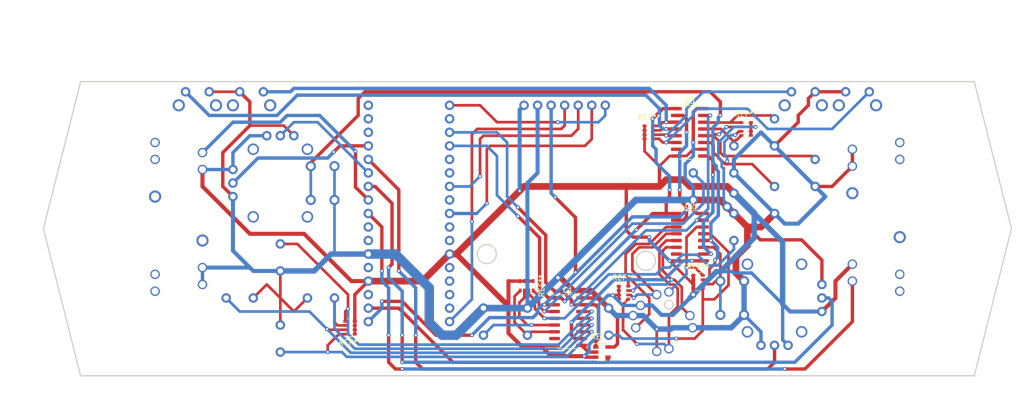
<source format=kicad_pcb>
(kicad_pcb (version 20171130) (host pcbnew "(5.1.9)-1")

  (general
    (thickness 1.6)
    (drawings 170)
    (tracks 866)
    (zones 0)
    (modules 10)
    (nets 1)
  )

  (page User 215.9 139.7)
  (title_block
    (title XpandShield_V2_1)
    (date 2021-07-19)
    (rev 1)
    (company CDR_Xavier)
  )

  (layers
    (0 F.Cu mixed)
    (31 B.Cu mixed)
    (33 F.Adhes user hide)
    (35 F.Paste user hide)
    (37 F.SilkS user hide)
    (38 B.Mask user hide)
    (39 F.Mask user hide)
    (40 Dwgs.User user)
    (41 Cmts.User user hide)
    (42 Eco1.User user hide)
    (43 Eco2.User user hide)
    (44 Edge.Cuts user)
    (45 Margin user hide)
    (46 B.CrtYd user hide)
    (47 F.CrtYd user hide)
    (49 F.Fab user hide)
  )

  (setup
    (last_trace_width 0.381)
    (user_trace_width 0.381)
    (user_trace_width 0.508)
    (user_trace_width 0.635)
    (user_trace_width 0.762)
    (user_trace_width 1.016)
    (user_trace_width 1.27)
    (trace_clearance 0.254)
    (zone_clearance 0.508)
    (zone_45_only yes)
    (trace_min 0.1778)
    (via_size 1.524)
    (via_drill 0.889)
    (via_min_size 0.381)
    (via_min_drill 0.2794)
    (user_via 0.762 0.381)
    (user_via 1.27 0.635)
    (user_via 1.778 1.016)
    (user_via 1.778 1.27)
    (user_via 1.905 1.143)
    (user_via 2.286 1.524)
    (blind_buried_vias_allowed yes)
    (uvia_size 0.762)
    (uvia_drill 0.381)
    (uvias_allowed yes)
    (uvia_min_size 0.508)
    (uvia_min_drill 0.254)
    (edge_width 0.1778)
    (segment_width 0.1778)
    (pcb_text_width 0.254)
    (pcb_text_size 1.016 1.016)
    (mod_edge_width 0.1778)
    (mod_text_size 1.016 1.016)
    (mod_text_width 0.1524)
    (pad_size 2.032 0.635)
    (pad_drill 0)
    (pad_to_mask_clearance 0)
    (aux_axis_origin 0 0)
    (grid_origin 8.89 8.89)
    (visible_elements 7FF9B67F)
    (pcbplotparams
      (layerselection 0x012c0_ffffffff)
      (usegerberextensions false)
      (usegerberattributes true)
      (usegerberadvancedattributes true)
      (creategerberjobfile true)
      (gerberprecision 5)
      (excludeedgelayer true)
      (linewidth 0.127000)
      (plotframeref true)
      (viasonmask false)
      (mode 1)
      (useauxorigin false)
      (hpglpennumber 1)
      (hpglpenspeed 20)
      (hpglpendiameter 15.000000)
      (psnegative false)
      (psa4output false)
      (plotreference false)
      (plotvalue false)
      (plotinvisibletext false)
      (padsonsilk false)
      (subtractmaskfromsilk true)
      (outputformat 1)
      (mirror false)
      (drillshape 0)
      (scaleselection 1)
      (outputdirectory ""))
  )

  (net 0 "")

  (net_class Default "This is the default net class."
    (clearance 0.254)
    (trace_width 0.381)
    (via_dia 1.524)
    (via_drill 0.889)
    (uvia_dia 0.762)
    (uvia_drill 0.381)
    (diff_pair_width 0.254)
    (diff_pair_gap 0.254)
  )

  (net_class 5V ""
    (clearance 0.254)
    (trace_width 0.381)
    (via_dia 1.524)
    (via_drill 0.889)
    (uvia_dia 0.762)
    (uvia_drill 0.381)
    (diff_pair_width 0.254)
    (diff_pair_gap 0.254)
  )

  (net_class A0 ""
    (clearance 0.254)
    (trace_width 0.381)
    (via_dia 1.524)
    (via_drill 0.889)
    (uvia_dia 0.762)
    (uvia_drill 0.381)
    (diff_pair_width 0.254)
    (diff_pair_gap 0.254)
  )

  (net_class A1 ""
    (clearance 0.254)
    (trace_width 0.381)
    (via_dia 1.524)
    (via_drill 0.889)
    (uvia_dia 0.762)
    (uvia_drill 0.381)
    (diff_pair_width 0.254)
    (diff_pair_gap 0.254)
  )

  (net_class A2 ""
    (clearance 0.254)
    (trace_width 0.381)
    (via_dia 1.524)
    (via_drill 0.889)
    (uvia_dia 0.762)
    (uvia_drill 0.381)
    (diff_pair_width 0.254)
    (diff_pair_gap 0.254)
  )

  (net_class A3 ""
    (clearance 0.254)
    (trace_width 0.381)
    (via_dia 1.524)
    (via_drill 0.889)
    (uvia_dia 0.762)
    (uvia_drill 0.381)
    (diff_pair_width 0.254)
    (diff_pair_gap 0.254)
  )

  (net_class A4 ""
    (clearance 0.254)
    (trace_width 0.381)
    (via_dia 1.524)
    (via_drill 0.889)
    (uvia_dia 0.762)
    (uvia_drill 0.381)
    (diff_pair_width 0.254)
    (diff_pair_gap 0.254)
  )

  (net_class A5 ""
    (clearance 0.254)
    (trace_width 0.381)
    (via_dia 1.524)
    (via_drill 0.889)
    (uvia_dia 0.762)
    (uvia_drill 0.381)
    (diff_pair_width 0.254)
    (diff_pair_gap 0.254)
  )

  (net_class CIPO ""
    (clearance 0.254)
    (trace_width 0.381)
    (via_dia 1.524)
    (via_drill 0.889)
    (uvia_dia 0.762)
    (uvia_drill 0.381)
    (diff_pair_width 0.254)
    (diff_pair_gap 0.254)
  )

  (net_class COPI ""
    (clearance 0.254)
    (trace_width 0.381)
    (via_dia 1.524)
    (via_drill 0.889)
    (uvia_dia 0.762)
    (uvia_drill 0.381)
    (diff_pair_width 0.254)
    (diff_pair_gap 0.254)
  )

  (net_class GND ""
    (clearance 0.254)
    (trace_width 0.381)
    (via_dia 1.524)
    (via_drill 0.889)
    (uvia_dia 0.762)
    (uvia_drill 0.381)
    (diff_pair_width 0.254)
    (diff_pair_gap 0.254)
  )

  (net_class SCK ""
    (clearance 0.254)
    (trace_width 0.381)
    (via_dia 1.524)
    (via_drill 0.889)
    (uvia_dia 0.762)
    (uvia_drill 0.381)
    (diff_pair_width 0.254)
    (diff_pair_gap 0.254)
  )

  (module Custom_SO:SOT-23-5 (layer F.Cu) (tedit 61045487) (tstamp 6104B75A)
    (at 123.825 74.295)
    (descr "5-pin SOT23 package")
    (tags SOT-23-5)
    (attr smd)
    (fp_text reference REF** (at 0 -2.9) (layer F.SilkS)
      (effects (font (size 1 1) (thickness 0.15)))
    )
    (fp_text value SOT-23-5 (at 0 2.9) (layer F.Fab)
      (effects (font (size 1 1) (thickness 0.15)))
    )
    (fp_line (start -0.9 1.61) (end 0.9 1.61) (layer F.SilkS) (width 0.12))
    (fp_line (start 0.9 -1.61) (end -1.55 -1.61) (layer F.SilkS) (width 0.12))
    (fp_line (start -1.9 -1.8) (end 1.9 -1.8) (layer F.CrtYd) (width 0.05))
    (fp_line (start 1.9 -1.8) (end 1.9 1.8) (layer F.CrtYd) (width 0.05))
    (fp_line (start 1.9 1.8) (end -1.9 1.8) (layer F.CrtYd) (width 0.05))
    (fp_line (start -1.9 1.8) (end -1.9 -1.8) (layer F.CrtYd) (width 0.05))
    (fp_line (start -0.9 -0.9) (end -0.25 -1.55) (layer F.Fab) (width 0.1))
    (fp_line (start 0.9 -1.55) (end -0.25 -1.55) (layer F.Fab) (width 0.1))
    (fp_line (start -0.9 -0.9) (end -0.9 1.55) (layer F.Fab) (width 0.1))
    (fp_line (start 0.9 1.55) (end -0.9 1.55) (layer F.Fab) (width 0.1))
    (fp_line (start 0.9 -1.55) (end 0.9 1.55) (layer F.Fab) (width 0.1))
    (fp_text user %R (at 0 0 90) (layer F.Fab)
      (effects (font (size 0.5 0.5) (thickness 0.075)))
    )
    (pad 1 smd rect (at -1.143 -0.9525) (size 1.016 0.635) (layers F.Cu F.Paste F.Mask))
    (pad 2 smd rect (at -1.143 0) (size 1.016 0.635) (layers F.Cu F.Paste F.Mask))
    (pad 3 smd rect (at -1.143 0.9525) (size 1.016 0.635) (layers F.Cu F.Paste F.Mask))
    (pad 4 smd rect (at 1.143 0.9525) (size 1.016 0.635) (layers F.Cu F.Paste F.Mask))
    (pad 5 smd rect (at 1.143 -0.9525) (size 1.016 0.635) (layers F.Cu F.Paste F.Mask))
    (model ${KISYS3DMOD}/Package_TO_SOT_SMD.3dshapes/SOT-23-5.wrl
      (at (xyz 0 0 0))
      (scale (xyz 1 1 1))
      (rotate (xyz 0 0 0))
    )
  )

  (module Custom_SO:R_Array_4x0603 (layer F.Cu) (tedit 61042B26) (tstamp 6104E0AC)
    (at 141.859 61.087)
    (descr "Chip Resistor Network, ROHM MNR14 (see mnr_g.pdf)")
    (tags "resistor array")
    (attr smd)
    (fp_text reference REF** (at 0 -2.8) (layer F.SilkS)
      (effects (font (size 1 1) (thickness 0.15)))
    )
    (fp_text value R_Array_4x0603 (at 0 2.8) (layer F.Fab)
      (effects (font (size 1 1) (thickness 0.15)))
    )
    (fp_line (start 1.55 1.85) (end -1.55 1.85) (layer F.CrtYd) (width 0.05))
    (fp_line (start 1.55 1.85) (end 1.55 -1.85) (layer F.CrtYd) (width 0.05))
    (fp_line (start -1.55 -1.85) (end -1.55 1.85) (layer F.CrtYd) (width 0.05))
    (fp_line (start -1.55 -1.85) (end 1.55 -1.85) (layer F.CrtYd) (width 0.05))
    (fp_line (start 0.5 -1.68) (end -0.5 -1.68) (layer F.SilkS) (width 0.12))
    (fp_line (start 0.5 1.68) (end -0.5 1.68) (layer F.SilkS) (width 0.12))
    (fp_line (start -0.8 1.6) (end -0.8 -1.6) (layer F.Fab) (width 0.1))
    (fp_line (start 0.8 1.6) (end -0.8 1.6) (layer F.Fab) (width 0.1))
    (fp_line (start 0.8 -1.6) (end 0.8 1.6) (layer F.Fab) (width 0.1))
    (fp_line (start -0.8 -1.6) (end 0.8 -1.6) (layer F.Fab) (width 0.1))
    (fp_text user %R (at 0 0 90) (layer F.Fab)
      (effects (font (size 0.5 0.5) (thickness 0.075)))
    )
    (pad 1 smd rect (at -0.889 -1.2065) (size 0.762 0.508) (layers F.Cu F.Paste F.Mask))
    (pad 3 smd rect (at -0.889 0.4445) (size 0.762 0.508) (layers F.Cu F.Paste F.Mask))
    (pad 2 smd rect (at -0.889 -0.381) (size 0.762 0.508) (layers F.Cu F.Paste F.Mask))
    (pad 4 smd rect (at -0.889 1.2065) (size 0.762 0.508) (layers F.Cu F.Paste F.Mask))
    (pad 7 smd rect (at 0.889 -0.381) (size 0.762 0.508) (layers F.Cu F.Paste F.Mask))
    (pad 8 smd rect (at 0.889 -1.2065) (size 0.762 0.508) (layers F.Cu F.Paste F.Mask))
    (pad 6 smd rect (at 0.889 0.4445) (size 0.762 0.508) (layers F.Cu F.Paste F.Mask))
    (pad 5 smd rect (at 0.889 1.2065) (size 0.762 0.508) (layers F.Cu F.Paste F.Mask))
    (model ${KISYS3DMOD}/Resistor_SMD.3dshapes/R_Array_Convex_4x0603.wrl
      (at (xyz 0 0 0))
      (scale (xyz 1 1 1))
      (rotate (xyz 0 0 0))
    )
  )

  (module Custom_SO:R_Array_4x0603 (layer F.Cu) (tedit 61042B26) (tstamp 6104A1C2)
    (at 109.728 61.849 270)
    (descr "Chip Resistor Network, ROHM MNR14 (see mnr_g.pdf)")
    (tags "resistor array")
    (attr smd)
    (fp_text reference REF** (at 0 -2.8 90) (layer F.SilkS)
      (effects (font (size 1 1) (thickness 0.15)))
    )
    (fp_text value R_Array_4x0603 (at 0 2.8 90) (layer F.Fab)
      (effects (font (size 1 1) (thickness 0.15)))
    )
    (fp_line (start 1.55 1.85) (end -1.55 1.85) (layer F.CrtYd) (width 0.05))
    (fp_line (start 1.55 1.85) (end 1.55 -1.85) (layer F.CrtYd) (width 0.05))
    (fp_line (start -1.55 -1.85) (end -1.55 1.85) (layer F.CrtYd) (width 0.05))
    (fp_line (start -1.55 -1.85) (end 1.55 -1.85) (layer F.CrtYd) (width 0.05))
    (fp_line (start 0.5 -1.68) (end -0.5 -1.68) (layer F.SilkS) (width 0.12))
    (fp_line (start 0.5 1.68) (end -0.5 1.68) (layer F.SilkS) (width 0.12))
    (fp_line (start -0.8 1.6) (end -0.8 -1.6) (layer F.Fab) (width 0.1))
    (fp_line (start 0.8 1.6) (end -0.8 1.6) (layer F.Fab) (width 0.1))
    (fp_line (start 0.8 -1.6) (end 0.8 1.6) (layer F.Fab) (width 0.1))
    (fp_line (start -0.8 -1.6) (end 0.8 -1.6) (layer F.Fab) (width 0.1))
    (fp_text user %R (at 0 0) (layer F.Fab)
      (effects (font (size 0.5 0.5) (thickness 0.075)))
    )
    (pad 1 smd rect (at -0.889 -1.2065 270) (size 0.762 0.508) (layers F.Cu F.Paste F.Mask))
    (pad 3 smd rect (at -0.889 0.4445 270) (size 0.762 0.508) (layers F.Cu F.Paste F.Mask))
    (pad 2 smd rect (at -0.889 -0.381 270) (size 0.762 0.508) (layers F.Cu F.Paste F.Mask))
    (pad 4 smd rect (at -0.889 1.2065 270) (size 0.762 0.508) (layers F.Cu F.Paste F.Mask))
    (pad 7 smd rect (at 0.889 -0.381 270) (size 0.762 0.508) (layers F.Cu F.Paste F.Mask))
    (pad 8 smd rect (at 0.889 -1.2065 270) (size 0.762 0.508) (layers F.Cu F.Paste F.Mask))
    (pad 6 smd rect (at 0.889 0.4445 270) (size 0.762 0.508) (layers F.Cu F.Paste F.Mask))
    (pad 5 smd rect (at 0.889 1.2065 270) (size 0.762 0.508) (layers F.Cu F.Paste F.Mask))
    (model ${KISYS3DMOD}/Resistor_SMD.3dshapes/R_Array_Convex_4x0603.wrl
      (at (xyz 0 0 0))
      (scale (xyz 1 1 1))
      (rotate (xyz 0 0 0))
    )
  )

  (module Custom_SO:R_Array_4x0603 (layer F.Cu) (tedit 61042B26) (tstamp 6104A153)
    (at 127.889 63.119)
    (descr "Chip Resistor Network, ROHM MNR14 (see mnr_g.pdf)")
    (tags "resistor array")
    (attr smd)
    (fp_text reference REF** (at 0 -2.8) (layer F.SilkS)
      (effects (font (size 1 1) (thickness 0.15)))
    )
    (fp_text value R_Array_4x0603 (at 0 2.8) (layer F.Fab)
      (effects (font (size 1 1) (thickness 0.15)))
    )
    (fp_line (start 1.55 1.85) (end -1.55 1.85) (layer F.CrtYd) (width 0.05))
    (fp_line (start 1.55 1.85) (end 1.55 -1.85) (layer F.CrtYd) (width 0.05))
    (fp_line (start -1.55 -1.85) (end -1.55 1.85) (layer F.CrtYd) (width 0.05))
    (fp_line (start -1.55 -1.85) (end 1.55 -1.85) (layer F.CrtYd) (width 0.05))
    (fp_line (start 0.5 -1.68) (end -0.5 -1.68) (layer F.SilkS) (width 0.12))
    (fp_line (start 0.5 1.68) (end -0.5 1.68) (layer F.SilkS) (width 0.12))
    (fp_line (start -0.8 1.6) (end -0.8 -1.6) (layer F.Fab) (width 0.1))
    (fp_line (start 0.8 1.6) (end -0.8 1.6) (layer F.Fab) (width 0.1))
    (fp_line (start 0.8 -1.6) (end 0.8 1.6) (layer F.Fab) (width 0.1))
    (fp_line (start -0.8 -1.6) (end 0.8 -1.6) (layer F.Fab) (width 0.1))
    (fp_text user %R (at 0 0 90) (layer F.Fab)
      (effects (font (size 0.5 0.5) (thickness 0.075)))
    )
    (pad 1 smd rect (at -0.889 -1.2065) (size 0.762 0.508) (layers F.Cu F.Paste F.Mask))
    (pad 3 smd rect (at -0.889 0.4445) (size 0.762 0.508) (layers F.Cu F.Paste F.Mask))
    (pad 2 smd rect (at -0.889 -0.381) (size 0.762 0.508) (layers F.Cu F.Paste F.Mask))
    (pad 4 smd rect (at -0.889 1.2065) (size 0.762 0.508) (layers F.Cu F.Paste F.Mask))
    (pad 7 smd rect (at 0.889 -0.381) (size 0.762 0.508) (layers F.Cu F.Paste F.Mask))
    (pad 8 smd rect (at 0.889 -1.2065) (size 0.762 0.508) (layers F.Cu F.Paste F.Mask))
    (pad 6 smd rect (at 0.889 0.4445) (size 0.762 0.508) (layers F.Cu F.Paste F.Mask))
    (pad 5 smd rect (at 0.889 1.2065) (size 0.762 0.508) (layers F.Cu F.Paste F.Mask))
    (model ${KISYS3DMOD}/Resistor_SMD.3dshapes/R_Array_Convex_4x0603.wrl
      (at (xyz 0 0 0))
      (scale (xyz 1 1 1))
      (rotate (xyz 0 0 0))
    )
  )

  (module Custom_SO:R_Array_4x0603 (layer F.Cu) (tedit 61042B26) (tstamp 6104A0B2)
    (at 76.581 69.723 180)
    (descr "Chip Resistor Network, ROHM MNR14 (see mnr_g.pdf)")
    (tags "resistor array")
    (attr smd)
    (fp_text reference REF** (at 0 -2.8) (layer F.SilkS)
      (effects (font (size 1 1) (thickness 0.15)))
    )
    (fp_text value R_Array_4x0603 (at 0 2.8) (layer F.Fab)
      (effects (font (size 1 1) (thickness 0.15)))
    )
    (fp_line (start 1.55 1.85) (end -1.55 1.85) (layer F.CrtYd) (width 0.05))
    (fp_line (start 1.55 1.85) (end 1.55 -1.85) (layer F.CrtYd) (width 0.05))
    (fp_line (start -1.55 -1.85) (end -1.55 1.85) (layer F.CrtYd) (width 0.05))
    (fp_line (start -1.55 -1.85) (end 1.55 -1.85) (layer F.CrtYd) (width 0.05))
    (fp_line (start 0.5 -1.68) (end -0.5 -1.68) (layer F.SilkS) (width 0.12))
    (fp_line (start 0.5 1.68) (end -0.5 1.68) (layer F.SilkS) (width 0.12))
    (fp_line (start -0.8 1.6) (end -0.8 -1.6) (layer F.Fab) (width 0.1))
    (fp_line (start 0.8 1.6) (end -0.8 1.6) (layer F.Fab) (width 0.1))
    (fp_line (start 0.8 -1.6) (end 0.8 1.6) (layer F.Fab) (width 0.1))
    (fp_line (start -0.8 -1.6) (end 0.8 -1.6) (layer F.Fab) (width 0.1))
    (fp_text user %R (at 0 0 90) (layer F.Fab)
      (effects (font (size 0.5 0.5) (thickness 0.075)))
    )
    (pad 1 smd rect (at -0.889 -1.2065 180) (size 0.762 0.508) (layers F.Cu F.Paste F.Mask))
    (pad 3 smd rect (at -0.889 0.4445 180) (size 0.762 0.508) (layers F.Cu F.Paste F.Mask))
    (pad 2 smd rect (at -0.889 -0.381 180) (size 0.762 0.508) (layers F.Cu F.Paste F.Mask))
    (pad 4 smd rect (at -0.889 1.2065 180) (size 0.762 0.508) (layers F.Cu F.Paste F.Mask))
    (pad 7 smd rect (at 0.889 -0.381 180) (size 0.762 0.508) (layers F.Cu F.Paste F.Mask))
    (pad 8 smd rect (at 0.889 -1.2065 180) (size 0.762 0.508) (layers F.Cu F.Paste F.Mask))
    (pad 6 smd rect (at 0.889 0.4445 180) (size 0.762 0.508) (layers F.Cu F.Paste F.Mask))
    (pad 5 smd rect (at 0.889 1.2065 180) (size 0.762 0.508) (layers F.Cu F.Paste F.Mask))
    (model ${KISYS3DMOD}/Resistor_SMD.3dshapes/R_Array_Convex_4x0603.wrl
      (at (xyz 0 0 0))
      (scale (xyz 1 1 1))
      (rotate (xyz 0 0 0))
    )
  )

  (module Custom_SO:R_Array_4x0603 (layer F.Cu) (tedit 61042B26) (tstamp 6104A015)
    (at 150.876 32.385)
    (descr "Chip Resistor Network, ROHM MNR14 (see mnr_g.pdf)")
    (tags "resistor array")
    (attr smd)
    (fp_text reference REF** (at 0 -2.8) (layer F.SilkS)
      (effects (font (size 1 1) (thickness 0.15)))
    )
    (fp_text value R_Array_4x0603 (at 0 2.8) (layer F.Fab)
      (effects (font (size 1 1) (thickness 0.15)))
    )
    (fp_line (start -0.8 -1.6) (end 0.8 -1.6) (layer F.Fab) (width 0.1))
    (fp_line (start 0.8 -1.6) (end 0.8 1.6) (layer F.Fab) (width 0.1))
    (fp_line (start 0.8 1.6) (end -0.8 1.6) (layer F.Fab) (width 0.1))
    (fp_line (start -0.8 1.6) (end -0.8 -1.6) (layer F.Fab) (width 0.1))
    (fp_line (start 0.5 1.68) (end -0.5 1.68) (layer F.SilkS) (width 0.12))
    (fp_line (start 0.5 -1.68) (end -0.5 -1.68) (layer F.SilkS) (width 0.12))
    (fp_line (start -1.55 -1.85) (end 1.55 -1.85) (layer F.CrtYd) (width 0.05))
    (fp_line (start -1.55 -1.85) (end -1.55 1.85) (layer F.CrtYd) (width 0.05))
    (fp_line (start 1.55 1.85) (end 1.55 -1.85) (layer F.CrtYd) (width 0.05))
    (fp_line (start 1.55 1.85) (end -1.55 1.85) (layer F.CrtYd) (width 0.05))
    (fp_text user %R (at 0 0 90) (layer F.Fab)
      (effects (font (size 0.5 0.5) (thickness 0.075)))
    )
    (pad 5 smd rect (at 0.889 1.2065) (size 0.762 0.508) (layers F.Cu F.Paste F.Mask))
    (pad 6 smd rect (at 0.889 0.4445) (size 0.762 0.508) (layers F.Cu F.Paste F.Mask))
    (pad 8 smd rect (at 0.889 -1.2065) (size 0.762 0.508) (layers F.Cu F.Paste F.Mask))
    (pad 7 smd rect (at 0.889 -0.381) (size 0.762 0.508) (layers F.Cu F.Paste F.Mask))
    (pad 4 smd rect (at -0.889 1.2065) (size 0.762 0.508) (layers F.Cu F.Paste F.Mask))
    (pad 2 smd rect (at -0.889 -0.381) (size 0.762 0.508) (layers F.Cu F.Paste F.Mask))
    (pad 3 smd rect (at -0.889 0.4445) (size 0.762 0.508) (layers F.Cu F.Paste F.Mask))
    (pad 1 smd rect (at -0.889 -1.2065) (size 0.762 0.508) (layers F.Cu F.Paste F.Mask))
    (model ${KISYS3DMOD}/Resistor_SMD.3dshapes/R_Array_Convex_4x0603.wrl
      (at (xyz 0 0 0))
      (scale (xyz 1 1 1))
      (rotate (xyz 0 0 0))
    )
  )

  (module Custom_SO:R_Array_4x0603 (layer F.Cu) (tedit 61042B26) (tstamp 61049F8E)
    (at 132.715 33.02)
    (descr "Chip Resistor Network, ROHM MNR14 (see mnr_g.pdf)")
    (tags "resistor array")
    (attr smd)
    (fp_text reference REF** (at 0 -2.8) (layer F.SilkS)
      (effects (font (size 1 1) (thickness 0.15)))
    )
    (fp_text value R_Array_4x0603 (at 0 2.8) (layer F.Fab)
      (effects (font (size 1 1) (thickness 0.15)))
    )
    (fp_line (start 1.55 1.85) (end -1.55 1.85) (layer F.CrtYd) (width 0.05))
    (fp_line (start 1.55 1.85) (end 1.55 -1.85) (layer F.CrtYd) (width 0.05))
    (fp_line (start -1.55 -1.85) (end -1.55 1.85) (layer F.CrtYd) (width 0.05))
    (fp_line (start -1.55 -1.85) (end 1.55 -1.85) (layer F.CrtYd) (width 0.05))
    (fp_line (start 0.5 -1.68) (end -0.5 -1.68) (layer F.SilkS) (width 0.12))
    (fp_line (start 0.5 1.68) (end -0.5 1.68) (layer F.SilkS) (width 0.12))
    (fp_line (start -0.8 1.6) (end -0.8 -1.6) (layer F.Fab) (width 0.1))
    (fp_line (start 0.8 1.6) (end -0.8 1.6) (layer F.Fab) (width 0.1))
    (fp_line (start 0.8 -1.6) (end 0.8 1.6) (layer F.Fab) (width 0.1))
    (fp_line (start -0.8 -1.6) (end 0.8 -1.6) (layer F.Fab) (width 0.1))
    (fp_text user %R (at 0 0 90) (layer F.Fab)
      (effects (font (size 0.5 0.5) (thickness 0.075)))
    )
    (pad 1 smd rect (at -0.889 -1.2065) (size 0.762 0.508) (layers F.Cu F.Paste F.Mask))
    (pad 3 smd rect (at -0.889 0.4445) (size 0.762 0.508) (layers F.Cu F.Paste F.Mask))
    (pad 2 smd rect (at -0.889 -0.381) (size 0.762 0.508) (layers F.Cu F.Paste F.Mask))
    (pad 4 smd rect (at -0.889 1.2065) (size 0.762 0.508) (layers F.Cu F.Paste F.Mask))
    (pad 7 smd rect (at 0.889 -0.381) (size 0.762 0.508) (layers F.Cu F.Paste F.Mask))
    (pad 8 smd rect (at 0.889 -1.2065) (size 0.762 0.508) (layers F.Cu F.Paste F.Mask))
    (pad 6 smd rect (at 0.889 0.4445) (size 0.762 0.508) (layers F.Cu F.Paste F.Mask))
    (pad 5 smd rect (at 0.889 1.2065) (size 0.762 0.508) (layers F.Cu F.Paste F.Mask))
    (model ${KISYS3DMOD}/Resistor_SMD.3dshapes/R_Array_Convex_4x0603.wrl
      (at (xyz 0 0 0))
      (scale (xyz 1 1 1))
      (rotate (xyz 0 0 0))
    )
  )

  (module Custom_SO:SOP-16_.15x.4in_P50mil (layer F.Cu) (tedit 60FC3AC2) (tstamp 60FCA4BD)
    (at 140.335 52.705)
    (descr "SOP, 16 Pin (https://www.diodes.com/assets/Datasheets/PAM8403.pdf), generated with kicad-footprint-generator ipc_gullwing_generator.py")
    (tags "SOP SO")
    (attr smd)
    (fp_text reference C2 (at 0 -5.9) (layer F.SilkS)
      (effects (font (size 1 1) (thickness 0.15)))
    )
    (fp_text value SOP-16_.15x.4in_P50mil (at 0 5.9) (layer F.Fab)
      (effects (font (size 1 1) (thickness 0.15)))
    )
    (fp_line (start 0 5.06) (end 1.95 5.06) (layer F.SilkS) (width 0.12))
    (fp_line (start 0 5.06) (end -1.95 5.06) (layer F.SilkS) (width 0.12))
    (fp_line (start 0 -5.06) (end 1.95 -5.06) (layer F.SilkS) (width 0.12))
    (fp_line (start 0 -5.06) (end -3.5 -5.06) (layer F.SilkS) (width 0.12))
    (fp_line (start -0.975 -4.95) (end 1.95 -4.95) (layer F.Fab) (width 0.1))
    (fp_line (start 1.95 -4.95) (end 1.95 4.95) (layer F.Fab) (width 0.1))
    (fp_line (start 1.95 4.95) (end -1.95 4.95) (layer F.Fab) (width 0.1))
    (fp_line (start -1.95 4.95) (end -1.95 -3.975) (layer F.Fab) (width 0.1))
    (fp_line (start -1.95 -3.975) (end -0.975 -4.95) (layer F.Fab) (width 0.1))
    (fp_line (start -3.75 -5.2) (end -3.75 5.2) (layer F.CrtYd) (width 0.05))
    (fp_line (start -3.75 5.2) (end 3.75 5.2) (layer F.CrtYd) (width 0.05))
    (fp_line (start 3.75 5.2) (end 3.75 -5.2) (layer F.CrtYd) (width 0.05))
    (fp_line (start 3.75 -5.2) (end -3.75 -5.2) (layer F.CrtYd) (width 0.05))
    (fp_text user %R (at 0 0) (layer F.Fab)
      (effects (font (size 0.98 0.98) (thickness 0.15)))
    )
    (pad 16 smd roundrect (at 2.54 -4.445) (size 2.032 0.635) (layers F.Cu F.Paste F.Mask) (roundrect_rratio 0.25))
    (pad 15 smd roundrect (at 2.54 -3.175) (size 2.032 0.635) (layers F.Cu F.Paste F.Mask) (roundrect_rratio 0.25))
    (pad 14 smd roundrect (at 2.54 -1.905) (size 2.032 0.635) (layers F.Cu F.Paste F.Mask) (roundrect_rratio 0.25))
    (pad 13 smd roundrect (at 2.54 -0.635) (size 2.032 0.635) (layers F.Cu F.Paste F.Mask) (roundrect_rratio 0.25))
    (pad 12 smd roundrect (at 2.54 0.635) (size 2.032 0.635) (layers F.Cu F.Paste F.Mask) (roundrect_rratio 0.25))
    (pad 11 smd roundrect (at 2.54 1.905) (size 2.032 0.635) (layers F.Cu F.Paste F.Mask) (roundrect_rratio 0.25))
    (pad 10 smd roundrect (at 2.54 3.175) (size 2.032 0.635) (layers F.Cu F.Paste F.Mask) (roundrect_rratio 0.25))
    (pad 9 smd roundrect (at 2.54 4.445) (size 2.032 0.635) (layers F.Cu F.Paste F.Mask) (roundrect_rratio 0.25))
    (pad 8 smd roundrect (at -2.54 4.445) (size 2.032 0.635) (layers F.Cu F.Paste F.Mask) (roundrect_rratio 0.25))
    (pad 7 smd roundrect (at -2.54 3.175) (size 2.032 0.635) (layers F.Cu F.Paste F.Mask) (roundrect_rratio 0.25))
    (pad 6 smd roundrect (at -2.54 1.905) (size 2.032 0.635) (layers F.Cu F.Paste F.Mask) (roundrect_rratio 0.25))
    (pad 5 smd roundrect (at -2.54 0.635) (size 2.032 0.635) (layers F.Cu F.Paste F.Mask) (roundrect_rratio 0.25))
    (pad 4 smd roundrect (at -2.54 -0.635) (size 2.032 0.635) (layers F.Cu F.Paste F.Mask) (roundrect_rratio 0.25))
    (pad 3 smd roundrect (at -2.54 -1.905) (size 2.032 0.635) (layers F.Cu F.Paste F.Mask) (roundrect_rratio 0.25))
    (pad 2 smd roundrect (at -2.54 -3.175) (size 2.032 0.635) (layers F.Cu F.Paste F.Mask) (roundrect_rratio 0.25))
    (pad 1 smd roundrect (at -2.54 -4.445) (size 2.032 0.635) (layers F.Cu F.Paste F.Mask) (roundrect_rratio 0.25))
    (model ${KISYS3DMOD}/Package_SO.3dshapes/SOP-16_3.9x9.9mm_P1.27mm.wrl
      (at (xyz 0 0 0))
      (scale (xyz 1 1 1))
      (rotate (xyz 0 0 0))
    )
  )

  (module Custom_SO:SOP-16_.15x.4in_P50mil (layer F.Cu) (tedit 60FC3AC2) (tstamp 60FCA4B9)
    (at 117.475 68.58)
    (descr "SOP, 16 Pin (https://www.diodes.com/assets/Datasheets/PAM8403.pdf), generated with kicad-footprint-generator ipc_gullwing_generator.py")
    (tags "SOP SO")
    (attr smd)
    (fp_text reference C1 (at 0 -5.9) (layer F.SilkS)
      (effects (font (size 1 1) (thickness 0.15)))
    )
    (fp_text value SOP-16_.15x.4in_P50mil (at 0 5.9) (layer F.Fab)
      (effects (font (size 1 1) (thickness 0.15)))
    )
    (fp_line (start 0 5.06) (end 1.95 5.06) (layer F.SilkS) (width 0.12))
    (fp_line (start 0 5.06) (end -1.95 5.06) (layer F.SilkS) (width 0.12))
    (fp_line (start 0 -5.06) (end 1.95 -5.06) (layer F.SilkS) (width 0.12))
    (fp_line (start 0 -5.06) (end -3.5 -5.06) (layer F.SilkS) (width 0.12))
    (fp_line (start -0.975 -4.95) (end 1.95 -4.95) (layer F.Fab) (width 0.1))
    (fp_line (start 1.95 -4.95) (end 1.95 4.95) (layer F.Fab) (width 0.1))
    (fp_line (start 1.95 4.95) (end -1.95 4.95) (layer F.Fab) (width 0.1))
    (fp_line (start -1.95 4.95) (end -1.95 -3.975) (layer F.Fab) (width 0.1))
    (fp_line (start -1.95 -3.975) (end -0.975 -4.95) (layer F.Fab) (width 0.1))
    (fp_line (start -3.75 -5.2) (end -3.75 5.2) (layer F.CrtYd) (width 0.05))
    (fp_line (start -3.75 5.2) (end 3.75 5.2) (layer F.CrtYd) (width 0.05))
    (fp_line (start 3.75 5.2) (end 3.75 -5.2) (layer F.CrtYd) (width 0.05))
    (fp_line (start 3.75 -5.2) (end -3.75 -5.2) (layer F.CrtYd) (width 0.05))
    (fp_text user %R (at 0 0) (layer F.Fab)
      (effects (font (size 0.98 0.98) (thickness 0.15)))
    )
    (pad 1 smd roundrect (at -2.54 -4.445) (size 2.032 0.635) (layers F.Cu F.Paste F.Mask) (roundrect_rratio 0.25))
    (pad 2 smd roundrect (at -2.54 -3.175) (size 2.032 0.635) (layers F.Cu F.Paste F.Mask) (roundrect_rratio 0.25))
    (pad 3 smd roundrect (at -2.54 -1.905) (size 2.032 0.635) (layers F.Cu F.Paste F.Mask) (roundrect_rratio 0.25))
    (pad 4 smd roundrect (at -2.54 -0.635) (size 2.032 0.635) (layers F.Cu F.Paste F.Mask) (roundrect_rratio 0.25))
    (pad 5 smd roundrect (at -2.54 0.635) (size 2.032 0.635) (layers F.Cu F.Paste F.Mask) (roundrect_rratio 0.25))
    (pad 6 smd roundrect (at -2.54 1.905) (size 2.032 0.635) (layers F.Cu F.Paste F.Mask) (roundrect_rratio 0.25))
    (pad 7 smd roundrect (at -2.54 3.175) (size 2.032 0.635) (layers F.Cu F.Paste F.Mask) (roundrect_rratio 0.25))
    (pad 8 smd roundrect (at -2.54 4.445) (size 2.032 0.635) (layers F.Cu F.Paste F.Mask) (roundrect_rratio 0.25))
    (pad 9 smd roundrect (at 2.54 4.445) (size 2.032 0.635) (layers F.Cu F.Paste F.Mask) (roundrect_rratio 0.25))
    (pad 10 smd roundrect (at 2.54 3.175) (size 2.032 0.635) (layers F.Cu F.Paste F.Mask) (roundrect_rratio 0.25))
    (pad 11 smd roundrect (at 2.54 1.905) (size 2.032 0.635) (layers F.Cu F.Paste F.Mask) (roundrect_rratio 0.25))
    (pad 12 smd roundrect (at 2.54 0.635) (size 2.032 0.635) (layers F.Cu F.Paste F.Mask) (roundrect_rratio 0.25))
    (pad 13 smd roundrect (at 2.54 -0.635) (size 2.032 0.635) (layers F.Cu F.Paste F.Mask) (roundrect_rratio 0.25))
    (pad 14 smd roundrect (at 2.54 -1.905) (size 2.032 0.635) (layers F.Cu F.Paste F.Mask) (roundrect_rratio 0.25))
    (pad 15 smd roundrect (at 2.54 -3.175) (size 2.032 0.635) (layers F.Cu F.Paste F.Mask) (roundrect_rratio 0.25))
    (pad 16 smd roundrect (at 2.54 -4.445) (size 2.032 0.635) (layers F.Cu F.Paste F.Mask) (roundrect_rratio 0.25))
    (model ${KISYS3DMOD}/Package_SO.3dshapes/SOP-16_3.9x9.9mm_P1.27mm.wrl
      (at (xyz 0 0 0))
      (scale (xyz 1 1 1))
      (rotate (xyz 0 0 0))
    )
  )

  (module Custom_SO:SOP-16_.15x.4in_P50mil (layer F.Cu) (tedit 60FC3AC2) (tstamp 60FCA413)
    (at 140.335 33.02)
    (descr "SOP, 16 Pin (https://www.diodes.com/assets/Datasheets/PAM8403.pdf), generated with kicad-footprint-generator ipc_gullwing_generator.py")
    (tags "SOP SO")
    (attr smd)
    (fp_text reference C3 (at 0 -5.9) (layer F.SilkS)
      (effects (font (size 1 1) (thickness 0.15)))
    )
    (fp_text value SOP-16_.15x.4in_P50mil (at 0 5.9) (layer F.Fab)
      (effects (font (size 1 1) (thickness 0.15)))
    )
    (fp_line (start 0 5.06) (end 1.95 5.06) (layer F.SilkS) (width 0.12))
    (fp_line (start 0 5.06) (end -1.95 5.06) (layer F.SilkS) (width 0.12))
    (fp_line (start 0 -5.06) (end 1.95 -5.06) (layer F.SilkS) (width 0.12))
    (fp_line (start 0 -5.06) (end -3.5 -5.06) (layer F.SilkS) (width 0.12))
    (fp_line (start -0.975 -4.95) (end 1.95 -4.95) (layer F.Fab) (width 0.1))
    (fp_line (start 1.95 -4.95) (end 1.95 4.95) (layer F.Fab) (width 0.1))
    (fp_line (start 1.95 4.95) (end -1.95 4.95) (layer F.Fab) (width 0.1))
    (fp_line (start -1.95 4.95) (end -1.95 -3.975) (layer F.Fab) (width 0.1))
    (fp_line (start -1.95 -3.975) (end -0.975 -4.95) (layer F.Fab) (width 0.1))
    (fp_line (start -3.75 -5.2) (end -3.75 5.2) (layer F.CrtYd) (width 0.05))
    (fp_line (start -3.75 5.2) (end 3.75 5.2) (layer F.CrtYd) (width 0.05))
    (fp_line (start 3.75 5.2) (end 3.75 -5.2) (layer F.CrtYd) (width 0.05))
    (fp_line (start 3.75 -5.2) (end -3.75 -5.2) (layer F.CrtYd) (width 0.05))
    (fp_text user %R (at 0 0) (layer F.Fab)
      (effects (font (size 0.98 0.98) (thickness 0.15)))
    )
    (pad 1 smd roundrect (at -2.54 -4.445) (size 2.032 0.635) (layers F.Cu F.Paste F.Mask) (roundrect_rratio 0.25))
    (pad 2 smd roundrect (at -2.54 -3.175) (size 2.032 0.635) (layers F.Cu F.Paste F.Mask) (roundrect_rratio 0.25))
    (pad 3 smd roundrect (at -2.54 -1.905) (size 2.032 0.635) (layers F.Cu F.Paste F.Mask) (roundrect_rratio 0.25))
    (pad 4 smd roundrect (at -2.54 -0.635) (size 2.032 0.635) (layers F.Cu F.Paste F.Mask) (roundrect_rratio 0.25))
    (pad 5 smd roundrect (at -2.54 0.635) (size 2.032 0.635) (layers F.Cu F.Paste F.Mask) (roundrect_rratio 0.25))
    (pad 6 smd roundrect (at -2.54 1.905) (size 2.032 0.635) (layers F.Cu F.Paste F.Mask) (roundrect_rratio 0.25))
    (pad 7 smd roundrect (at -2.54 3.175) (size 2.032 0.635) (layers F.Cu F.Paste F.Mask) (roundrect_rratio 0.25))
    (pad 8 smd roundrect (at -2.54 4.445) (size 2.032 0.635) (layers F.Cu F.Paste F.Mask) (roundrect_rratio 0.25))
    (pad 9 smd roundrect (at 2.54 4.445) (size 2.032 0.635) (layers F.Cu F.Paste F.Mask) (roundrect_rratio 0.25))
    (pad 10 smd roundrect (at 2.54 3.175) (size 2.032 0.635) (layers F.Cu F.Paste F.Mask) (roundrect_rratio 0.25))
    (pad 11 smd roundrect (at 2.54 1.905) (size 2.032 0.635) (layers F.Cu F.Paste F.Mask) (roundrect_rratio 0.25))
    (pad 12 smd roundrect (at 2.54 0.635) (size 2.032 0.635) (layers F.Cu F.Paste F.Mask) (roundrect_rratio 0.25))
    (pad 13 smd roundrect (at 2.54 -0.635) (size 2.032 0.635) (layers F.Cu F.Paste F.Mask) (roundrect_rratio 0.25))
    (pad 14 smd roundrect (at 2.54 -1.905) (size 2.032 0.635) (layers F.Cu F.Paste F.Mask) (roundrect_rratio 0.25))
    (pad 15 smd roundrect (at 2.54 -3.175) (size 2.032 0.635) (layers F.Cu F.Paste F.Mask) (roundrect_rratio 0.25))
    (pad 16 smd roundrect (at 2.54 -4.445) (size 2.032 0.635) (layers F.Cu F.Paste F.Mask) (roundrect_rratio 0.25))
    (model ${KISYS3DMOD}/Package_SO.3dshapes/SOP-16_3.9x9.9mm_P1.27mm.wrl
      (at (xyz 0 0 0))
      (scale (xyz 1 1 1))
      (rotate (xyz 0 0 0))
    )
  )

  (gr_line (start 169.545 33.02) (end 180.975 33.02) (layer Dwgs.User) (width 0.254) (tstamp 60F3FCD3))
  (gr_line (start 180.975 33.02) (end 180.975 64.77) (layer Dwgs.User) (width 0.254) (tstamp 60F3FCD4))
  (gr_line (start 169.545 64.77) (end 169.545 33.02) (layer Dwgs.User) (width 0.254) (tstamp 60F3FCD5))
  (gr_line (start 180.975 64.77) (end 169.545 64.77) (layer Dwgs.User) (width 0.254) (tstamp 60F3FCD2))
  (gr_line (start 56.515 50.8) (end 71.12 50.8) (layer Dwgs.User) (width 0.254) (tstamp 60F3CADF))
  (gr_line (start 70.485 34.29) (end 67.945 34.29) (layer Dwgs.User) (width 0.254) (tstamp 60F3CAE2))
  (gr_line (start 38.735 64.77) (end 38.735 33.02) (layer Dwgs.User) (width 0.254) (tstamp 60F3FA7E))
  (gr_circle (center 63.5 42.545) (end 68.58 48.895) (layer Dwgs.User) (width 0.254) (tstamp 60F3CAD0))
  (gr_line (start 69.215 50.8) (end 69.215 31.75) (layer Dwgs.User) (width 0.254) (tstamp 60F3CACB))
  (gr_line (start 69.215 45.72) (end 73.66 45.72) (layer Dwgs.User) (width 0.254) (tstamp 60F3CACC))
  (gr_line (start 38.735 33.02) (end 50.165 33.02) (layer Dwgs.User) (width 0.254) (tstamp 60F3FA7D))
  (dimension 8.89 (width 0.15) (layer Dwgs.User) (tstamp 60F3CAC9)
    (gr_text "0.3500 in" (at 59.66 38.1 -90) (layer Dwgs.User) (tstamp 60F3CAC9)
      (effects (font (size 1 1) (thickness 0.15)))
    )
    (feature1 (pts (xy 63.500001 33.655) (xy 60.373579 33.655)))
    (feature2 (pts (xy 63.500001 42.545) (xy 60.373579 42.545)))
    (crossbar (pts (xy 60.96 42.545) (xy 60.96 33.655)))
    (arrow1a (pts (xy 60.96 33.655) (xy 61.546421 34.781504)))
    (arrow1b (pts (xy 60.96 33.655) (xy 60.373579 34.781504)))
    (arrow2a (pts (xy 60.96 42.545) (xy 61.546421 41.418496)))
    (arrow2b (pts (xy 60.96 42.545) (xy 60.373579 41.418496)))
  )
  (gr_circle (center 135.255 68.58) (end 133.985 63.5) (layer Dwgs.User) (width 0.254))
  (gr_line (start 50.165 64.77) (end 38.735 64.77) (layer Dwgs.User) (width 0.254) (tstamp 60F3FA7C))
  (dimension 4.445 (width 0.15) (layer Dwgs.User) (tstamp 60F3CACD)
    (gr_text "0.1750 in" (at 71.4375 31.72) (layer Dwgs.User) (tstamp 60F3CACD)
      (effects (font (size 1 1) (thickness 0.15)))
    )
    (feature1 (pts (xy 69.215 39.37) (xy 69.215 32.433579)))
    (feature2 (pts (xy 73.66 39.37) (xy 73.66 32.433579)))
    (crossbar (pts (xy 73.66 33.02) (xy 69.215 33.02)))
    (arrow1a (pts (xy 69.215 33.02) (xy 70.341504 32.433579)))
    (arrow1b (pts (xy 69.215 33.02) (xy 70.341504 33.606421)))
    (arrow2a (pts (xy 73.66 33.02) (xy 72.533496 32.433579)))
    (arrow2b (pts (xy 73.66 33.02) (xy 72.533496 33.606421)))
  )
  (dimension 4.191 (width 0.15) (layer Dwgs.User)
    (gr_text "0.1650 in" (at 133.1595 70.007) (layer Dwgs.User)
      (effects (font (size 1 1) (thickness 0.15)))
    )
    (feature1 (pts (xy 131.064 65.532) (xy 131.064 69.293421)))
    (feature2 (pts (xy 135.255 65.532) (xy 135.255 69.293421)))
    (crossbar (pts (xy 135.255 68.707) (xy 131.064 68.707)))
    (arrow1a (pts (xy 131.064 68.707) (xy 132.190504 68.120579)))
    (arrow1b (pts (xy 131.064 68.707) (xy 132.190504 69.293421)))
    (arrow2a (pts (xy 135.255 68.707) (xy 134.128496 68.120579)))
    (arrow2b (pts (xy 135.255 68.707) (xy 134.128496 69.293421)))
  )
  (dimension 1.27 (width 0.15) (layer Dwgs.User)
    (gr_text "0.0500 in" (at 143.413 65.405 270) (layer Dwgs.User)
      (effects (font (size 1 1) (thickness 0.15)))
    )
    (feature1 (pts (xy 136.398 66.04) (xy 142.699421 66.04)))
    (feature2 (pts (xy 136.398 64.77) (xy 142.699421 64.77)))
    (crossbar (pts (xy 142.113 64.77) (xy 142.113 66.04)))
    (arrow1a (pts (xy 142.113 66.04) (xy 141.526579 64.913496)))
    (arrow1b (pts (xy 142.113 66.04) (xy 142.699421 64.913496)))
    (arrow2a (pts (xy 142.113 64.77) (xy 141.526579 65.896504)))
    (arrow2b (pts (xy 142.113 64.77) (xy 142.699421 65.896504)))
  )
  (dimension 8.89 (width 0.15) (layer Dwgs.User) (tstamp 60F3CAD6)
    (gr_text "0.3500 in" (at 59.055 54.005) (layer Dwgs.User) (tstamp 60F3CAD6)
      (effects (font (size 1 1) (thickness 0.15)))
    )
    (feature1 (pts (xy 63.5 42.545) (xy 63.5 53.291421)))
    (feature2 (pts (xy 54.61 42.545) (xy 54.61 53.291421)))
    (crossbar (pts (xy 54.61 52.705) (xy 63.5 52.705)))
    (arrow1a (pts (xy 63.5 52.705) (xy 62.373496 53.291421)))
    (arrow1b (pts (xy 63.5 52.705) (xy 62.373496 52.118579)))
    (arrow2a (pts (xy 54.61 52.705) (xy 55.736504 53.291421)))
    (arrow2b (pts (xy 54.61 52.705) (xy 55.736504 52.118579)))
  )
  (gr_line (start 53.34 38.1) (end 53.34 46.99) (layer Dwgs.User) (width 0.254) (tstamp 60F3CAE1))
  (gr_line (start 53.34 46.99) (end 56.515 46.99) (layer Dwgs.User) (width 0.254) (tstamp 60F3CAE0))
  (dimension 8.255 (width 0.15) (layer Dwgs.User)
    (gr_text "0.3250 in" (at 43.785 57.4675 90) (layer Dwgs.User)
      (effects (font (size 1 1) (thickness 0.15)))
    )
    (feature1 (pts (xy 48.895 53.34) (xy 44.498579 53.34)))
    (feature2 (pts (xy 48.895 61.595) (xy 44.498579 61.595)))
    (crossbar (pts (xy 45.085 61.595) (xy 45.085 53.34)))
    (arrow1a (pts (xy 45.085 53.34) (xy 45.671421 54.466504)))
    (arrow1b (pts (xy 45.085 53.34) (xy 44.498579 54.466504)))
    (arrow2a (pts (xy 45.085 61.595) (xy 45.671421 60.468496)))
    (arrow2b (pts (xy 45.085 61.595) (xy 44.498579 60.468496)))
  )
  (dimension 8.89 (width 0.15) (layer Dwgs.User)
    (gr_text "0.3500 in" (at 44.45 29.815) (layer Dwgs.User)
      (effects (font (size 1 1) (thickness 0.15)))
    )
    (feature1 (pts (xy 48.895 34.925) (xy 48.895 30.528579)))
    (feature2 (pts (xy 40.005 34.925) (xy 40.005 30.528579)))
    (crossbar (pts (xy 40.005 31.115) (xy 48.895 31.115)))
    (arrow1a (pts (xy 48.895 31.115) (xy 47.768496 31.701421)))
    (arrow1b (pts (xy 48.895 31.115) (xy 47.768496 30.528579)))
    (arrow2a (pts (xy 40.005 31.115) (xy 41.131504 31.701421)))
    (arrow2b (pts (xy 40.005 31.115) (xy 41.131504 30.528579)))
  )
  (gr_line (start 50.165 33.02) (end 50.165 64.77) (layer Dwgs.User) (width 0.254) (tstamp 60F3FA7F))
  (gr_line (start 70.485 37.465) (end 70.485 34.29) (layer Dwgs.User) (width 0.254) (tstamp 60F3CAE5))
  (dimension 6.35 (width 0.15) (layer Dwgs.User) (tstamp 60F3CAD2)
    (gr_text "0.2500 in" (at 65.375 42.545 -90) (layer Dwgs.User) (tstamp 60F3CAD2)
      (effects (font (size 1 1) (thickness 0.15)))
    )
    (feature1 (pts (xy 69.215 45.72) (xy 66.088579 45.72)))
    (feature2 (pts (xy 69.215 39.37) (xy 66.088579 39.37)))
    (crossbar (pts (xy 66.675 39.37) (xy 66.675 45.72)))
    (arrow1a (pts (xy 66.675 45.72) (xy 66.088579 44.593496)))
    (arrow1b (pts (xy 66.675 45.72) (xy 67.261421 44.593496)))
    (arrow2a (pts (xy 66.675 39.37) (xy 66.088579 40.496504)))
    (arrow2b (pts (xy 66.675 39.37) (xy 67.261421 40.496504)))
  )
  (dimension 10.16 (width 0.15) (layer Dwgs.User)
    (gr_text "0.4000 in" (at 43.845 40.005 270) (layer Dwgs.User)
      (effects (font (size 1 1) (thickness 0.15)))
    )
    (feature1 (pts (xy 40.005 45.085) (xy 43.131421 45.085)))
    (feature2 (pts (xy 40.005 34.925) (xy 43.131421 34.925)))
    (crossbar (pts (xy 42.545 34.925) (xy 42.545 45.085)))
    (arrow1a (pts (xy 42.545 45.085) (xy 41.958579 43.958496)))
    (arrow1b (pts (xy 42.545 45.085) (xy 43.131421 43.958496)))
    (arrow2a (pts (xy 42.545 34.925) (xy 41.958579 36.051504)))
    (arrow2b (pts (xy 42.545 34.925) (xy 43.131421 36.051504)))
  )
  (dimension 3.175 (width 0.15) (layer Dwgs.User)
    (gr_text "0.1250 in" (at 37.435 36.5125 270) (layer Dwgs.User)
      (effects (font (size 1 1) (thickness 0.15)))
    )
    (feature1 (pts (xy 40.005 38.1) (xy 38.148579 38.1)))
    (feature2 (pts (xy 40.005 34.925) (xy 38.148579 34.925)))
    (crossbar (pts (xy 38.735 34.925) (xy 38.735 38.1)))
    (arrow1a (pts (xy 38.735 38.1) (xy 38.148579 36.973496)))
    (arrow1b (pts (xy 38.735 38.1) (xy 39.321421 36.973496)))
    (arrow2a (pts (xy 38.735 34.925) (xy 38.148579 36.051504)))
    (arrow2b (pts (xy 38.735 34.925) (xy 39.321421 36.051504)))
  )
  (gr_line (start 56.515 34.29) (end 56.515 38.1) (layer Dwgs.User) (width 0.254) (tstamp 60F3CADA))
  (gr_line (start 56.515 46.99) (end 56.515 50.8) (layer Dwgs.User) (width 0.254) (tstamp 60F3CAE7))
  (dimension 2.286 (width 0.15) (layer Dwgs.User)
    (gr_text "0.0900 in" (at 135.255 76.992) (layer Dwgs.User)
      (effects (font (size 1 1) (thickness 0.15)))
    )
    (feature1 (pts (xy 136.398 74.295) (xy 136.398 76.278421)))
    (feature2 (pts (xy 134.112 74.295) (xy 134.112 76.278421)))
    (crossbar (pts (xy 134.112 75.692) (xy 136.398 75.692)))
    (arrow1a (pts (xy 136.398 75.692) (xy 135.271496 76.278421)))
    (arrow1b (pts (xy 136.398 75.692) (xy 135.271496 75.105579)))
    (arrow2a (pts (xy 134.112 75.692) (xy 135.238504 76.278421)))
    (arrow2b (pts (xy 134.112 75.692) (xy 135.238504 75.105579)))
  )
  (gr_line (start 59.055 32.385) (end 59.055 34.29) (layer Dwgs.User) (width 0.254) (tstamp 60F3CAE4))
  (gr_line (start 73.66 39.37) (end 69.215 45.72) (layer Dwgs.User) (width 0.254) (tstamp 60F3CACF))
  (gr_line (start 59.055 34.29) (end 56.515 34.29) (layer Dwgs.User) (width 0.254) (tstamp 60F3CAE3))
  (gr_line (start 56.515 38.1) (end 53.34 38.1) (layer Dwgs.User) (width 0.254) (tstamp 60F3CAD8))
  (gr_line (start 71.12 47.625) (end 75.565 47.625) (layer Dwgs.User) (width 0.254) (tstamp 60F3CADC))
  (dimension 3.048 (width 0.15) (layer Dwgs.User)
    (gr_text "0.1200 in" (at 139.095 67.056 270) (layer Dwgs.User)
      (effects (font (size 1 1) (thickness 0.15)))
    )
    (feature1 (pts (xy 135.89 68.58) (xy 138.381421 68.58)))
    (feature2 (pts (xy 135.89 65.532) (xy 138.381421 65.532)))
    (crossbar (pts (xy 137.795 65.532) (xy 137.795 68.58)))
    (arrow1a (pts (xy 137.795 68.58) (xy 137.208579 67.453496)))
    (arrow1b (pts (xy 137.795 68.58) (xy 138.381421 67.453496)))
    (arrow2a (pts (xy 137.795 65.532) (xy 137.208579 66.658504)))
    (arrow2b (pts (xy 137.795 65.532) (xy 138.381421 66.658504)))
  )
  (gr_line (start 67.945 32.385) (end 59.055 32.385) (layer Dwgs.User) (width 0.254) (tstamp 60F3CADB))
  (gr_line (start 75.565 47.625) (end 75.565 37.465) (layer Dwgs.User) (width 0.254) (tstamp 60F3CADE))
  (gr_line (start 67.945 34.29) (end 67.945 32.385) (layer Dwgs.User) (width 0.254) (tstamp 60F3CAE6))
  (gr_line (start 73.66 45.72) (end 69.215 39.37) (layer Dwgs.User) (width 0.254) (tstamp 60F3CAD1))
  (gr_line (start 71.12 50.8) (end 71.12 47.625) (layer Dwgs.User) (width 0.254) (tstamp 60F3CAD9))
  (dimension 0.1016 (width 0.15) (layer Dwgs.User) (tstamp 60F3CAD4)
    (gr_text "0.0040 in" (at 69.2912 54.005) (layer Dwgs.User) (tstamp 60F3CAD4)
      (effects (font (size 1 1) (thickness 0.15)))
    )
    (feature1 (pts (xy 69.342 48.9966) (xy 69.342 53.291421)))
    (feature2 (pts (xy 69.2404 48.9966) (xy 69.2404 53.291421)))
    (crossbar (pts (xy 69.2404 52.705) (xy 69.342 52.705)))
    (arrow1a (pts (xy 69.342 52.705) (xy 68.215496 53.291421)))
    (arrow1b (pts (xy 69.342 52.705) (xy 68.215496 52.118579)))
    (arrow2a (pts (xy 69.2404 52.705) (xy 70.366904 53.291421)))
    (arrow2b (pts (xy 69.2404 52.705) (xy 70.366904 52.118579)))
  )
  (gr_line (start 75.565 37.465) (end 70.485 37.465) (layer Dwgs.User) (width 0.254) (tstamp 60F3CADD))
  (dimension 3.175 (width 0.15) (layer Dwgs.User)
    (gr_text "0.1250 in" (at 54.005 60.0075 90) (layer Dwgs.User)
      (effects (font (size 1 1) (thickness 0.15)))
    )
    (feature1 (pts (xy 48.895 58.42) (xy 53.291421 58.42)))
    (feature2 (pts (xy 48.895 61.595) (xy 53.291421 61.595)))
    (crossbar (pts (xy 52.705 61.595) (xy 52.705 58.42)))
    (arrow1a (pts (xy 52.705 58.42) (xy 53.291421 59.546504)))
    (arrow1b (pts (xy 52.705 58.42) (xy 52.118579 59.546504)))
    (arrow2a (pts (xy 52.705 61.595) (xy 53.291421 60.468496)))
    (arrow2b (pts (xy 52.705 61.595) (xy 52.118579 60.468496)))
  )
  (gr_line (start 200.66 51.1175) (end 193.675 78.74) (layer Edge.Cuts) (width 0.254))
  (gr_line (start 200.66 51.1175) (end 193.675 23.495) (layer Edge.Cuts) (width 0.254))
  (gr_circle (center 200.66 51.1175) (end 199.517 51.1175) (layer Dwgs.User) (width 0.15))
  (dimension 6.35 (width 0.254) (layer Dwgs.User)
    (gr_text "0.2500 in" (at 190.5 20.694) (layer Dwgs.User)
      (effects (font (size 1 1) (thickness 0.15)))
    )
    (feature1 (pts (xy 193.675 82.3595) (xy 193.675 21.511579)))
    (feature2 (pts (xy 187.325 82.3595) (xy 187.325 21.511579)))
    (crossbar (pts (xy 187.325 22.098) (xy 193.675 22.098)))
    (arrow1a (pts (xy 193.675 22.098) (xy 192.548496 22.684421)))
    (arrow1b (pts (xy 193.675 22.098) (xy 192.548496 21.511579)))
    (arrow2a (pts (xy 187.325 22.098) (xy 188.451504 22.684421)))
    (arrow2b (pts (xy 187.325 22.098) (xy 188.451504 21.511579)))
  )
  (gr_line (start 26.035 23.495) (end 19.05 51.1175) (layer Edge.Cuts) (width 0.254) (tstamp 61080A6B))
  (gr_line (start 11.049 51.1175) (end 202.946 51.1175) (layer Dwgs.User) (width 0.15) (tstamp 610809CA))
  (dimension 6.35 (width 0.15) (layer Dwgs.User)
    (gr_text "0.2500 in" (at 29.21 19.147) (layer Dwgs.User)
      (effects (font (size 1 1) (thickness 0.15)))
    )
    (feature1 (pts (xy 26.035 78.867) (xy 26.035 19.860579)))
    (feature2 (pts (xy 32.385 78.867) (xy 32.385 19.860579)))
    (crossbar (pts (xy 32.385 20.447) (xy 26.035 20.447)))
    (arrow1a (pts (xy 26.035 20.447) (xy 27.161504 19.860579)))
    (arrow1b (pts (xy 26.035 20.447) (xy 27.161504 21.033421)))
    (arrow2a (pts (xy 32.385 20.447) (xy 31.258496 19.860579)))
    (arrow2b (pts (xy 32.385 20.447) (xy 31.258496 21.033421)))
  )
  (gr_circle (center 38.6715 51.1175) (end 38.6715 23.4315) (layer Dwgs.User) (width 0.15))
  (gr_line (start 134.62 26.67) (end 99.06 26.67) (layer Dwgs.User) (width 0.254) (tstamp 6104B353))
  (gr_line (start 86.36 76.2) (end 154.94 76.2) (layer Dwgs.User) (width 0.15))
  (gr_line (start 154.94 77.47) (end 86.36 77.47) (layer Dwgs.User) (width 0.15))
  (gr_text A (at 172.72 60.96) (layer Dwgs.User) (tstamp 6101E7C2)
    (effects (font (size 0.762 0.762) (thickness 0.127)))
  )
  (gr_text 1 (at 172.72 57.785) (layer Dwgs.User) (tstamp 6101E7C1)
    (effects (font (size 0.762 0.762) (thickness 0.127)))
  )
  (gr_text 0 (at 172.72 36.195) (layer Dwgs.User) (tstamp 6101E7C0)
    (effects (font (size 0.762 0.762) (thickness 0.127)))
  )
  (gr_text 0 (at 172.72 39.37) (layer Dwgs.User) (tstamp 6101E7BF)
    (effects (font (size 0.762 0.762) (thickness 0.127)))
  )
  (gr_text A (at 46.99 36.83) (layer Dwgs.User)
    (effects (font (size 0.762 0.762) (thickness 0.127)))
  )
  (gr_text 1 (at 46.99 40.005) (layer Dwgs.User)
    (effects (font (size 0.762 0.762) (thickness 0.127)))
  )
  (gr_text 0 (at 46.99 61.595) (layer Dwgs.User)
    (effects (font (size 0.762 0.762) (thickness 0.127)))
  )
  (gr_text 0 (at 46.99 58.42) (layer Dwgs.User)
    (effects (font (size 0.762 0.762) (thickness 0.127)))
  )
  (gr_text CS (at 124.46 29.845) (layer Dwgs.User)
    (effects (font (size 0.762 0.762) (thickness 0.127)))
  )
  (gr_text DC (at 121.92 29.845) (layer Dwgs.User)
    (effects (font (size 0.762 0.762) (thickness 0.127)))
  )
  (gr_text RES (at 119.38 29.845) (layer Dwgs.User)
    (effects (font (size 0.762 0.762) (thickness 0.127)))
  )
  (gr_text MOSI (at 116.84 29.845) (layer Dwgs.User)
    (effects (font (size 0.762 0.762) (thickness 0.127)))
  )
  (gr_text CLK (at 114.3 29.845) (layer Dwgs.User)
    (effects (font (size 0.762 0.762) (thickness 0.127)))
  )
  (gr_text 5V (at 111.76 29.845) (layer Dwgs.User)
    (effects (font (size 0.762 0.762) (thickness 0.127)))
  )
  (gr_text GND (at 109.22 29.845) (layer Dwgs.User) (tstamp 6101B934)
    (effects (font (size 0.762 0.762) (thickness 0.127)))
  )
  (gr_line (start 90.17 26.035) (end 85.09 26.035) (layer Dwgs.User) (width 0.254) (tstamp 60F5C4D7))
  (gr_line (start 90.17 28.575) (end 90.17 26.035) (layer Dwgs.User) (width 0.254))
  (gr_line (start 85.09 28.575) (end 90.17 28.575) (layer Dwgs.User) (width 0.254))
  (gr_line (start 85.09 26.035) (end 85.09 28.575) (layer Dwgs.User) (width 0.254))
  (gr_poly (pts (xy 92.075 45.72) (xy 87.63 50.165) (xy 83.185 45.72) (xy 87.63 41.275)) (layer Dwgs.User) (width 0.254))
  (gr_line (start 78.74 26.67) (end 78.74 69.85) (layer Dwgs.User) (width 0.254) (tstamp 60F5C4CF))
  (gr_line (start 96.52 26.67) (end 78.74 26.67) (layer Dwgs.User) (width 0.254))
  (gr_line (start 96.52 69.85) (end 96.52 26.67) (layer Dwgs.User) (width 0.254))
  (gr_line (start 78.74 69.85) (end 96.52 69.85) (layer Dwgs.User) (width 0.254))
  (gr_text AREF (at 82.55 33.02) (layer Dwgs.User)
    (effects (font (size 0.762 0.762) (thickness 0.127)))
  )
  (gr_text SCK/D15 (at 83.82 68.58) (layer Dwgs.User)
    (effects (font (size 0.762 0.762) (thickness 0.127)))
  )
  (gr_text CIPO/D14 (at 83.82 66.04) (layer Dwgs.User)
    (effects (font (size 0.762 0.762) (thickness 0.127)))
  )
  (gr_text VIN (at 81.915 63.5) (layer Dwgs.User)
    (effects (font (size 0.762 0.762) (thickness 0.127)))
  )
  (gr_text GND (at 81.915 60.96) (layer Dwgs.User)
    (effects (font (size 0.762 0.762) (thickness 0.127)))
  )
  (gr_text RST (at 93.345 58.42) (layer Dwgs.User)
    (effects (font (size 0.762 0.762) (thickness 0.127)))
  )
  (gr_text 5V (at 81.915 55.88) (layer Dwgs.User)
    (effects (font (size 0.762 0.762) (thickness 0.127)))
  )
  (gr_text NC (at 81.915 53.34) (layer Dwgs.User)
    (effects (font (size 0.762 0.762) (thickness 0.127)))
  )
  (gr_text NC (at 81.915 50.8) (layer Dwgs.User)
    (effects (font (size 0.762 0.762) (thickness 0.127)))
  )
  (gr_text A5 (at 81.915 48.26) (layer Dwgs.User)
    (effects (font (size 0.762 0.762) (thickness 0.127)))
  )
  (gr_text A4 (at 81.915 45.72) (layer Dwgs.User)
    (effects (font (size 0.762 0.762) (thickness 0.127)))
  )
  (gr_text A3 (at 81.915 43.18) (layer Dwgs.User)
    (effects (font (size 0.762 0.762) (thickness 0.127)))
  )
  (gr_text A2 (at 81.915 40.64) (layer Dwgs.User)
    (effects (font (size 0.762 0.762) (thickness 0.127)))
  )
  (gr_text A1 (at 81.915 38.1) (layer Dwgs.User)
    (effects (font (size 0.762 0.762) (thickness 0.127)))
  )
  (gr_text A0 (at 81.915 35.56) (layer Dwgs.User)
    (effects (font (size 0.762 0.762) (thickness 0.127)))
  )
  (gr_text 3v3 (at 81.915 30.48) (layer Dwgs.User)
    (effects (font (size 0.762 0.762) (thickness 0.127)))
  )
  (gr_text D13 (at 81.915 27.94) (layer Dwgs.User)
    (effects (font (size 0.762 0.762) (thickness 0.127)))
  )
  (gr_text D16/COPI (at 91.44 68.58) (layer Dwgs.User)
    (effects (font (size 0.762 0.762) (thickness 0.127)))
  )
  (gr_text D17/SS (at 92.075 66.04) (layer Dwgs.User)
    (effects (font (size 0.762 0.762) (thickness 0.127)))
  )
  (gr_text TX (at 93.345 63.5) (layer Dwgs.User)
    (effects (font (size 0.762 0.762) (thickness 0.127)))
  )
  (gr_text RX (at 93.345 60.96) (layer Dwgs.User)
    (effects (font (size 0.762 0.762) (thickness 0.127)))
  )
  (gr_text RST (at 81.915 58.42) (layer Dwgs.User)
    (effects (font (size 0.762 0.762) (thickness 0.127)))
  )
  (gr_text GND (at 93.345 55.88) (layer Dwgs.User)
    (effects (font (size 0.762 0.762) (thickness 0.127)))
  )
  (gr_text D2/SCL (at 92.075 53.34) (layer Dwgs.User)
    (effects (font (size 0.762 0.762) (thickness 0.127)))
  )
  (gr_text D3/SDA (at 92.075 50.8) (layer Dwgs.User)
    (effects (font (size 0.762 0.762) (thickness 0.127)))
  )
  (gr_text D4 (at 93.345 48.26) (layer Dwgs.User)
    (effects (font (size 0.762 0.762) (thickness 0.127)))
  )
  (gr_text D5 (at 93.345 45.72) (layer Dwgs.User)
    (effects (font (size 0.762 0.762) (thickness 0.127)))
  )
  (gr_text D6 (at 93.345 43.18) (layer Dwgs.User)
    (effects (font (size 0.762 0.762) (thickness 0.127)))
  )
  (gr_text D7 (at 93.345 40.64) (layer Dwgs.User)
    (effects (font (size 0.762 0.762) (thickness 0.127)))
  )
  (gr_text D8 (at 93.345 38.1) (layer Dwgs.User)
    (effects (font (size 0.762 0.762) (thickness 0.127)))
  )
  (gr_text D9 (at 93.345 35.56) (layer Dwgs.User)
    (effects (font (size 0.762 0.762) (thickness 0.127)))
  )
  (gr_text D10 (at 93.345 33.02) (layer Dwgs.User)
    (effects (font (size 0.762 0.762) (thickness 0.127)))
  )
  (gr_text D11 (at 93.345 30.48) (layer Dwgs.User)
    (effects (font (size 0.762 0.762) (thickness 0.127)))
  )
  (gr_text D12 (at 93.345 27.94) (layer Dwgs.User)
    (effects (font (size 0.762 0.762) (thickness 0.127)))
  )
  (dimension 3.175 (width 0.15) (layer Dwgs.User) (tstamp 60F444F3)
    (gr_text "0.1250 in" (at 166.6875 20.925001) (layer Dwgs.User) (tstamp 60F444F3)
      (effects (font (size 1 1) (thickness 0.15)))
    )
    (feature1 (pts (xy 165.1 27.94) (xy 165.1 21.63858)))
    (feature2 (pts (xy 168.275 27.94) (xy 168.275 21.63858)))
    (crossbar (pts (xy 168.275 22.225001) (xy 165.1 22.225001)))
    (arrow1a (pts (xy 165.1 22.225001) (xy 166.226504 21.63858)))
    (arrow1b (pts (xy 165.1 22.225001) (xy 166.226504 22.811422)))
    (arrow2a (pts (xy 168.275 22.225001) (xy 167.148496 21.63858)))
    (arrow2b (pts (xy 168.275 22.225001) (xy 167.148496 22.811422)))
  )
  (dimension 6.35 (width 0.15) (layer Dwgs.User)
    (gr_text "0.2500 in" (at 184.15 41.88) (layer Dwgs.User)
      (effects (font (size 1 1) (thickness 0.15)))
    )
    (feature1 (pts (xy 180.975 43.18) (xy 180.975 42.593579)))
    (feature2 (pts (xy 187.325 43.18) (xy 187.325 42.593579)))
    (crossbar (pts (xy 187.325 43.18) (xy 180.975 43.18)))
    (arrow1a (pts (xy 180.975 43.18) (xy 182.101504 42.593579)))
    (arrow1b (pts (xy 180.975 43.18) (xy 182.101504 43.766421)))
    (arrow2a (pts (xy 187.325 43.18) (xy 186.198496 42.593579)))
    (arrow2b (pts (xy 187.325 43.18) (xy 186.198496 43.766421)))
  )
  (gr_line (start 187.325 78.74) (end 187.325 23.495) (layer Dwgs.User) (width 0.254))
  (dimension 25.4 (width 0.15) (layer Dwgs.User)
    (gr_text "1.0000 in" (at 187.96 8.86) (layer Dwgs.User)
      (effects (font (size 1 1) (thickness 0.15)))
    )
    (feature1 (pts (xy 200.66 54.5465) (xy 200.66 9.573579)))
    (feature2 (pts (xy 175.26 54.5465) (xy 175.26 9.573579)))
    (crossbar (pts (xy 175.26 10.16) (xy 200.66 10.16)))
    (arrow1a (pts (xy 200.66 10.16) (xy 199.533496 10.746421)))
    (arrow1b (pts (xy 200.66 10.16) (xy 199.533496 9.573579)))
    (arrow2a (pts (xy 175.26 10.16) (xy 176.386504 10.746421)))
    (arrow2b (pts (xy 175.26 10.16) (xy 176.386504 9.573579)))
  )
  (dimension 6.35 (width 0.15) (layer Dwgs.User)
    (gr_text "0.2500 in" (at 35.56 44.42) (layer Dwgs.User)
      (effects (font (size 1 1) (thickness 0.15)))
    )
    (feature1 (pts (xy 32.385 45.72) (xy 32.385 45.133579)))
    (feature2 (pts (xy 38.735 45.72) (xy 38.735 45.133579)))
    (crossbar (pts (xy 38.735 45.72) (xy 32.385 45.72)))
    (arrow1a (pts (xy 32.385 45.72) (xy 33.511504 45.133579)))
    (arrow1b (pts (xy 32.385 45.72) (xy 33.511504 46.306421)))
    (arrow2a (pts (xy 38.735 45.72) (xy 37.608496 45.133579)))
    (arrow2b (pts (xy 38.735 45.72) (xy 37.608496 46.306421)))
  )
  (gr_line (start 160.655 74.295) (end 160.655 72.39) (layer Dwgs.User) (width 0.254) (tstamp 60F3F80B))
  (gr_line (start 144.145 59.055) (end 144.145 69.215) (layer Dwgs.User) (width 0.254) (tstamp 60F3F80A))
  (gr_line (start 151.765 74.295) (end 160.655 74.295) (layer Dwgs.User) (width 0.254) (tstamp 60F3F809))
  (gr_line (start 166.37 68.58) (end 166.37 59.69) (layer Dwgs.User) (width 0.254) (tstamp 60F3F808))
  (gr_line (start 163.195 72.39) (end 163.195 68.58) (layer Dwgs.User) (width 0.254) (tstamp 60F3F807))
  (gr_line (start 163.195 59.69) (end 163.195 55.88) (layer Dwgs.User) (width 0.254) (tstamp 60F3F803))
  (gr_line (start 151.765 72.39) (end 151.765 74.295) (layer Dwgs.User) (width 0.254) (tstamp 60F3F802))
  (gr_line (start 148.59 59.055) (end 144.145 59.055) (layer Dwgs.User) (width 0.254) (tstamp 60F3F801))
  (gr_line (start 163.195 55.88) (end 148.59 55.88) (layer Dwgs.User) (width 0.254) (tstamp 60F3F800))
  (gr_circle (center 156.21 64.135) (end 151.13 57.785) (layer Dwgs.User) (width 0.254) (tstamp 60F3F7FF))
  (gr_line (start 148.59 55.88) (end 148.59 59.055) (layer Dwgs.User) (width 0.254) (tstamp 60F3F7FE))
  (gr_line (start 149.225 69.215) (end 149.225 72.39) (layer Dwgs.User) (width 0.254) (tstamp 60F3F7FD))
  (gr_line (start 166.37 59.69) (end 163.195 59.69) (layer Dwgs.User) (width 0.254) (tstamp 60F3F7FC))
  (gr_line (start 160.655 72.39) (end 163.195 72.39) (layer Dwgs.User) (width 0.254) (tstamp 60F3F7FA))
  (gr_line (start 149.225 72.39) (end 151.765 72.39) (layer Dwgs.User) (width 0.254) (tstamp 60F3F7F9))
  (gr_line (start 163.195 68.58) (end 166.37 68.58) (layer Dwgs.User) (width 0.254) (tstamp 60F3F7F8))
  (gr_line (start 144.145 69.215) (end 149.225 69.215) (layer Dwgs.User) (width 0.254) (tstamp 60F3F7F2))
  (gr_circle (center 148.59 50.8) (end 148.59 48.26) (layer Dwgs.User) (width 0.254))
  (gr_circle (center 140.97 43.18) (end 140.97 40.64) (layer Dwgs.User) (width 0.254))
  (gr_circle (center 156.21 45.72) (end 156.21 43.18) (layer Dwgs.User) (width 0.254))
  (gr_circle (center 148.59 38.1) (end 148.59 35.56) (layer Dwgs.User) (width 0.254))
  (gr_circle (center 156.21 33.02) (end 156.21 30.48) (layer Dwgs.User) (width 0.254))
  (gr_circle (center 163.83 40.64) (end 163.83 38.1) (layer Dwgs.User) (width 0.254))
  (dimension 19.05 (width 0.15) (layer Dwgs.User)
    (gr_text "0.7500 in" (at 165.735 78.135) (layer Dwgs.User)
      (effects (font (size 1 1) (thickness 0.15)))
    )
    (feature1 (pts (xy 156.21 56.515) (xy 156.21 77.421421)))
    (feature2 (pts (xy 175.26 56.515) (xy 175.26 77.421421)))
    (crossbar (pts (xy 175.26 76.835) (xy 156.21 76.835)))
    (arrow1a (pts (xy 156.21 76.835) (xy 157.336504 76.248579)))
    (arrow1b (pts (xy 156.21 76.835) (xy 157.336504 77.421421)))
    (arrow2a (pts (xy 175.26 76.835) (xy 174.133496 76.248579)))
    (arrow2b (pts (xy 175.26 76.835) (xy 174.133496 77.421421)))
  )
  (dimension 21.59 (width 0.254) (layer Dwgs.User)
    (gr_text "0.8500 in" (at 157.61386 53.34 270) (layer Dwgs.User)
      (effects (font (size 1 1) (thickness 0.14986)))
    )
    (feature1 (pts (xy 73.66 64.135) (xy 156.796421 64.135)))
    (feature2 (pts (xy 73.66 42.545) (xy 156.796421 42.545)))
    (crossbar (pts (xy 156.21 42.545) (xy 156.21 64.135)))
    (arrow1a (pts (xy 156.21 64.135) (xy 155.623579 63.008496)))
    (arrow1b (pts (xy 156.21 64.135) (xy 156.796421 63.008496)))
    (arrow2a (pts (xy 156.21 42.545) (xy 155.623579 43.671504)))
    (arrow2b (pts (xy 156.21 42.545) (xy 156.796421 43.671504)))
  )
  (gr_circle (center 136.398 65.405) (end 135.89 66.04) (layer Edge.Cuts) (width 0.254) (tstamp 60F3F612))
  (gr_circle (center 125.095 68.58) (end 127.635 68.58) (layer Dwgs.User) (width 0.254))
  (gr_circle (center 109.855 68.58) (end 112.395 68.58) (layer Dwgs.User) (width 0.254))
  (gr_circle (center 101.6 68.58) (end 104.14 68.58) (layer Dwgs.User) (width 0.254))
  (dimension 3.175 (width 0.15) (layer Dwgs.User)
    (gr_text "0.1250 in" (at 77.1525 48.925) (layer Dwgs.User)
      (effects (font (size 1 1) (thickness 0.15)))
    )
    (feature1 (pts (xy 78.74 45.006828) (xy 78.74 48.211421)))
    (feature2 (pts (xy 75.565 45.006828) (xy 75.565 48.211421)))
    (crossbar (pts (xy 75.565 47.625) (xy 78.74 47.625)))
    (arrow1a (pts (xy 78.74 47.625) (xy 77.613496 48.211421)))
    (arrow1b (pts (xy 78.74 47.625) (xy 77.613496 47.038579)))
    (arrow2a (pts (xy 75.565 47.625) (xy 76.691504 48.211421)))
    (arrow2b (pts (xy 75.565 47.625) (xy 76.691504 47.038579)))
  )
  (gr_line (start 99.06 26.67) (end 99.06 59.69) (layer Dwgs.User) (width 0.254) (tstamp 60F35F02))
  (gr_line (start 134.62 59.69) (end 134.62 26.67) (layer Dwgs.User) (width 0.254) (tstamp 60F35F00))
  (gr_line (start 99.06 59.69) (end 134.62 59.69) (layer Dwgs.User) (width 0.254) (tstamp 60F35EFF))
  (gr_line (start 134.62 31.75) (end 99.06 31.75) (layer Dwgs.User) (width 0.254) (tstamp 60F35EFE))
  (gr_line (start 99.06 54.61) (end 134.62 54.61) (layer Dwgs.User) (width 0.254) (tstamp 60F35EFD))
  (gr_circle (center 132.08 57.15) (end 133.876051 57.15) (layer Edge.Cuts) (width 0.254) (tstamp 60F35EDB))
  (gr_circle (center 102.235 55.88) (end 104.031051 55.88) (layer Edge.Cuts) (width 0.254) (tstamp 60F35EDA))
  (gr_line (start 32.385 78.74) (end 32.385 23.495) (layer Dwgs.User) (width 0.254))
  (gr_circle (center 63.5 71.755) (end 63.5 69.215) (layer Dwgs.User) (width 0.254))
  (gr_circle (center 71.12 64.135) (end 73.66 64.135) (layer Dwgs.User) (width 0.254))
  (gr_circle (center 63.5 56.515) (end 63.5 59.055) (layer Dwgs.User) (width 0.254))
  (gr_circle (center 55.88 64.135) (end 58.42 64.135) (layer Dwgs.User) (width 0.254))
  (dimension 19.05 (width 0.15) (layer Dwgs.User)
    (gr_text "0.7500 in" (at 53.975 70.515) (layer Dwgs.User)
      (effects (font (size 1 1) (thickness 0.15)))
    )
    (feature1 (pts (xy 63.5 42.545) (xy 63.5 69.801421)))
    (feature2 (pts (xy 44.45 42.545) (xy 44.45 69.801421)))
    (crossbar (pts (xy 44.45 69.215) (xy 63.5 69.215)))
    (arrow1a (pts (xy 63.5 69.215) (xy 62.373496 69.801421)))
    (arrow1b (pts (xy 63.5 69.215) (xy 62.373496 68.628579)))
    (arrow2a (pts (xy 44.45 69.215) (xy 45.576504 69.801421)))
    (arrow2b (pts (xy 44.45 69.215) (xy 45.576504 68.628579)))
  )
  (dimension 19.05 (width 0.15) (layer Dwgs.User)
    (gr_text "0.7500 in" (at 72.42 33.02 270) (layer Dwgs.User)
      (effects (font (size 1 1) (thickness 0.15)))
    )
    (feature1 (pts (xy 63.5 42.545) (xy 71.706421 42.545)))
    (feature2 (pts (xy 63.5 23.495) (xy 71.706421 23.495)))
    (crossbar (pts (xy 71.12 23.495) (xy 71.12 42.545)))
    (arrow1a (pts (xy 71.12 42.545) (xy 70.533579 41.418496)))
    (arrow1b (pts (xy 71.12 42.545) (xy 71.706421 41.418496)))
    (arrow2a (pts (xy 71.12 23.495) (xy 70.533579 24.621504)))
    (arrow2b (pts (xy 71.12 23.495) (xy 71.706421 24.621504)))
  )
  (dimension 9.525 (width 0.15) (layer Dwgs.User)
    (gr_text "0.3750 in" (at 171.48 28.2575 270) (layer Dwgs.User)
      (effects (font (size 1 1) (thickness 0.15)))
    )
    (feature1 (pts (xy 49.53 33.02) (xy 170.766421 33.02)))
    (feature2 (pts (xy 49.53 23.495) (xy 170.766421 23.495)))
    (crossbar (pts (xy 170.18 23.495) (xy 170.18 33.02)))
    (arrow1a (pts (xy 170.18 33.02) (xy 169.593579 31.893496)))
    (arrow1b (pts (xy 170.18 33.02) (xy 170.766421 31.893496)))
    (arrow2a (pts (xy 170.18 23.495) (xy 169.593579 24.621504)))
    (arrow2b (pts (xy 170.18 23.495) (xy 170.766421 24.621504)))
  )
  (dimension 181.61 (width 0.15) (layer Dwgs.User)
    (gr_text "7.1500 in" (at 109.855 85.120013 359.9999915) (layer Dwgs.User)
      (effects (font (size 1 1) (thickness 0.15)))
    )
    (feature1 (pts (xy 200.660005 53.340027) (xy 200.66 84.406448)))
    (feature2 (pts (xy 19.050005 53.34) (xy 19.05 84.406421)))
    (crossbar (pts (xy 19.05 83.82) (xy 200.66 83.820027)))
    (arrow1a (pts (xy 200.66 83.820027) (xy 199.533496 84.406448)))
    (arrow1b (pts (xy 200.66 83.820027) (xy 199.533496 83.233606)))
    (arrow2a (pts (xy 19.05 83.82) (xy 20.176504 84.406421)))
    (arrow2b (pts (xy 19.05 83.82) (xy 20.176504 83.233579)))
  )
  (dimension 10.16 (width 0.15) (layer Dwgs.User)
    (gr_text "0.4000 in" (at 50.8 16.48) (layer Dwgs.User)
      (effects (font (size 1 1) (thickness 0.15)))
    )
    (feature1 (pts (xy 55.88 25.4) (xy 55.88 17.193579)))
    (feature2 (pts (xy 45.72 25.4) (xy 45.72 17.193579)))
    (crossbar (pts (xy 45.72 17.78) (xy 55.88 17.78)))
    (arrow1a (pts (xy 55.88 17.78) (xy 54.753496 18.366421)))
    (arrow1b (pts (xy 55.88 17.78) (xy 54.753496 17.193579)))
    (arrow2a (pts (xy 45.72 17.78) (xy 46.846504 18.366421)))
    (arrow2b (pts (xy 45.72 17.78) (xy 46.846504 17.193579)))
  )
  (dimension 3.175 (width 0.15) (layer Dwgs.User) (tstamp 60F3C7B3)
    (gr_text "0.1250 in" (at 53.0225 20.925001) (layer Dwgs.User) (tstamp 60F3C7B3)
      (effects (font (size 1 1) (thickness 0.15)))
    )
    (feature1 (pts (xy 51.435 27.94) (xy 51.435 21.63858)))
    (feature2 (pts (xy 54.61 27.94) (xy 54.61 21.63858)))
    (crossbar (pts (xy 54.61 22.225001) (xy 51.435 22.225001)))
    (arrow1a (pts (xy 51.435 22.225001) (xy 52.561504 21.63858)))
    (arrow1b (pts (xy 51.435 22.225001) (xy 52.561504 22.811422)))
    (arrow2a (pts (xy 54.61 22.225001) (xy 53.483496 21.63858)))
    (arrow2b (pts (xy 54.61 22.225001) (xy 53.483496 22.811422)))
  )
  (dimension 25.4 (width 0.15) (layer Dwgs.User)
    (gr_text "1.0000 in" (at 31.75 16.48) (layer Dwgs.User)
      (effects (font (size 1 1) (thickness 0.15)))
    )
    (feature1 (pts (xy 19.05 60.324999) (xy 19.05 17.193579)))
    (feature2 (pts (xy 44.45 60.324999) (xy 44.45 17.193579)))
    (crossbar (pts (xy 44.45 17.78) (xy 19.05 17.78)))
    (arrow1a (pts (xy 19.05 17.78) (xy 20.176504 17.193579)))
    (arrow1b (pts (xy 19.05 17.78) (xy 20.176504 18.366421)))
    (arrow2a (pts (xy 44.45 17.78) (xy 43.323496 17.193579)))
    (arrow2b (pts (xy 44.45 17.78) (xy 43.323496 18.366421)))
  )
  (gr_line (start 26.035 23.495) (end 193.675 23.495) (layer Edge.Cuts) (width 0.254))
  (gr_line (start 26.035 78.74) (end 19.05 51.1175) (layer Edge.Cuts) (width 0.254))
  (gr_line (start 193.675 78.74) (end 26.035 78.74) (layer Edge.Cuts) (width 0.254))

  (via (at 58.42 36.195) (size 2.159) (drill 1.524) (layers F.Cu B.Cu) (net 0))
  (via (at 68.58 36.195) (size 2.159) (drill 1.524) (layers F.Cu B.Cu) (net 0))
  (via (at 58.42 48.895) (size 2.159) (drill 1.524) (layers F.Cu B.Cu) (net 0) (tstamp 60E6FDA5))
  (via (at 68.58 48.895) (size 2.159) (drill 1.524) (layers F.Cu B.Cu) (net 0) (tstamp 60E6FDA6))
  (via (at 73.66 39.37) (size 1.905) (drill 1.143) (layers F.Cu B.Cu) (net 0))
  (via (at 73.66 45.72) (size 1.905) (drill 1.143) (layers F.Cu B.Cu) (net 0))
  (segment (start 144.145 25.4) (end 146.05 27.305) (width 0.635) (layer F.Cu) (net 0))
  (segment (start 146.05 27.305) (end 146.05 29.845) (width 0.635) (layer F.Cu) (net 0))
  (via micro (at 146.05 29.845) (size 0.762) (drill 0.381) (layers F.Cu B.Cu) (net 0))
  (segment (start 145.669001 30.225999) (end 146.05 29.845) (width 0.635) (layer B.Cu) (net 0))
  (segment (start 144.653 32.131) (end 145.669 31.115) (width 0.635) (layer B.Cu) (net 0))
  (segment (start 145.669 31.115) (end 145.669001 30.225999) (width 0.635) (layer B.Cu) (net 0))
  (segment (start 144.653 38.735) (end 144.653 32.131) (width 0.635) (layer B.Cu) (net 0))
  (segment (start 145.669 40.386) (end 145.288 40.005) (width 0.635) (layer B.Cu) (net 0))
  (segment (start 145.669 48.641) (end 145.669 40.386) (width 0.635) (layer B.Cu) (net 0))
  (segment (start 145.288 40.005) (end 145.288 39.37) (width 0.635) (layer B.Cu) (net 0))
  (segment (start 145.288 39.37) (end 144.653 38.735) (width 0.635) (layer B.Cu) (net 0))
  (segment (start 73.66 45.72) (end 73.66 39.37) (width 0.508) (layer B.Cu) (net 0))
  (segment (start 69.215 39.37) (end 69.215 45.72) (width 0.508) (layer B.Cu) (net 0))
  (via (at 69.215 39.37) (size 1.905) (drill 1.143) (layers F.Cu B.Cu) (net 0))
  (via (at 69.215 45.72) (size 1.905) (drill 1.143) (layers F.Cu B.Cu) (net 0))
  (via (at 54.61 42.545) (size 1.778) (drill 1.016) (layers F.Cu B.Cu) (net 0))
  (via (at 80.01 35.56) (size 1.778) (drill 1.016) (layers F.Cu B.Cu) (net 0))
  (via (at 54.61 40.005) (size 1.778) (drill 1.016) (layers F.Cu B.Cu) (net 0))
  (via (at 60.96 33.655) (size 1.778) (drill 1.016) (layers F.Cu B.Cu) (net 0))
  (via (at 48.895 40.005) (size 1.778) (drill 1.27) (layers F.Cu B.Cu) (net 0) (tstamp 60F3FCC6))
  (via (at 80.01 60.96) (size 1.778) (drill 1.016) (layers F.Cu B.Cu) (net 0))
  (segment (start 76.835 60.96) (end 67.945 52.07) (width 0.762) (layer F.Cu) (net 0))
  (segment (start 54.61 40.005) (end 48.895 40.005) (width 0.635) (layer B.Cu) (net 0))
  (segment (start 60.96 33.655) (end 57.785 33.655) (width 0.635) (layer B.Cu) (net 0))
  (segment (start 54.61 36.83) (end 54.61 40.005) (width 0.635) (layer B.Cu) (net 0))
  (segment (start 57.785 33.655) (end 54.61 36.83) (width 0.635) (layer B.Cu) (net 0))
  (segment (start 76.835 60.96) (end 80.01 60.96) (width 0.762) (layer F.Cu) (net 0))
  (via (at 63.5 33.655) (size 1.778) (drill 1.016) (layers F.Cu B.Cu) (net 0))
  (via (at 80.01 40.64) (size 1.778) (drill 1.016) (layers F.Cu B.Cu) (net 0))
  (segment (start 80.01 40.64) (end 70.485 31.115) (width 0.508) (layer B.Cu) (net 0))
  (segment (start 66.04 31.115) (end 63.5 33.655) (width 0.508) (layer B.Cu) (net 0))
  (segment (start 70.485 31.115) (end 66.04 31.115) (width 0.508) (layer B.Cu) (net 0))
  (via (at 66.04 33.655) (size 1.778) (drill 1.016) (layers F.Cu B.Cu) (net 0))
  (via (at 50.165 25.4) (size 1.778) (drill 1.016) (layers F.Cu B.Cu) (net 0))
  (via (at 51.435 27.94) (size 2.286) (drill 1.524) (layers F.Cu B.Cu) (net 0))
  (via (at 44.45 27.94) (size 2.286) (drill 1.524) (layers F.Cu B.Cu) (net 0))
  (via (at 61.595 27.94) (size 2.286) (drill 1.524) (layers F.Cu B.Cu) (net 0) (tstamp 60F3C7B5))
  (via (at 60.325 25.4) (size 1.778) (drill 1.016) (layers F.Cu B.Cu) (net 0) (tstamp 60F3C7B7))
  (via micro (at 135.89 31.115) (size 0.762) (drill 0.381) (layers F.Cu B.Cu) (net 0))
  (segment (start 60.325 25.4) (end 65.405 25.4) (width 0.635) (layer B.Cu) (net 0))
  (segment (start 65.405 25.4) (end 66.04 24.765) (width 0.635) (layer B.Cu) (net 0))
  (segment (start 135.89 31.115) (end 135.89 27.94) (width 0.635) (layer B.Cu) (net 0))
  (segment (start 135.89 27.94) (end 132.715 24.765) (width 0.635) (layer B.Cu) (net 0))
  (segment (start 132.715 24.765) (end 66.04 24.765) (width 0.635) (layer B.Cu) (net 0))
  (via (at 54.61 27.94) (size 2.286) (drill 1.524) (layers F.Cu B.Cu) (net 0) (tstamp 60F3C7B8))
  (via (at 63.5 59.055) (size 1.778) (drill 1.016) (layers F.Cu B.Cu) (net 0))
  (via (at 58.42 64.135) (size 1.778) (drill 1.016) (layers F.Cu B.Cu) (net 0))
  (via (at 68.58 64.135) (size 1.778) (drill 1.016) (layers F.Cu B.Cu) (net 0))
  (segment (start 58.42 64.135) (end 60.96 61.595) (width 0.508) (layer F.Cu) (net 0))
  (segment (start 60.96 61.595) (end 66.04 66.675) (width 0.508) (layer F.Cu) (net 0))
  (segment (start 66.04 66.675) (end 68.58 64.135) (width 0.508) (layer F.Cu) (net 0))
  (via (at 53.34 64.135) (size 1.778) (drill 1.016) (layers F.Cu B.Cu) (net 0))
  (segment (start 68.961 66.675) (end 72.263 69.977) (width 0.508) (layer B.Cu) (net 0))
  (via (at 73.66 64.135) (size 1.778) (drill 1.016) (layers F.Cu B.Cu) (net 0))
  (segment (start 73.66 69.85) (end 77.47 73.66) (width 0.508) (layer B.Cu) (net 0))
  (segment (start 73.66 69.85) (end 73.66 64.135) (width 0.508) (layer B.Cu) (net 0))
  (via micro (at 121.92 67.945) (size 0.762) (drill 0.381) (layers F.Cu B.Cu) (net 0))
  (segment (start 121.92 67.945) (end 116.205 73.66) (width 0.508) (layer B.Cu) (net 0))
  (segment (start 116.205 73.66) (end 77.47 73.66) (width 0.508) (layer B.Cu) (net 0))
  (segment (start 73.66 64.135) (end 73.66 68.707) (width 0.508) (layer F.Cu) (net 0))
  (segment (start 74.2315 69.2785) (end 75.692 69.2785) (width 0.508) (layer F.Cu) (net 0))
  (segment (start 73.66 68.707) (end 74.2315 69.2785) (width 0.508) (layer F.Cu) (net 0))
  (segment (start 121.92 67.945) (end 120.015 67.945) (width 0.508) (layer F.Cu) (net 0))
  (via (at 63.5 74.295) (size 1.778) (drill 1.016) (layers F.Cu B.Cu) (net 0))
  (segment (start 63.5 74.295) (end 72.39 74.295) (width 0.508) (layer B.Cu) (net 0))
  (via (at 63.5 69.215) (size 1.778) (drill 1.016) (layers F.Cu B.Cu) (net 0))
  (segment (start 63.5 69.215) (end 63.5 59.055) (width 0.508) (layer F.Cu) (net 0))
  (via (at 116.84 27.94) (size 1.778) (drill 1.016) (layers F.Cu B.Cu) (net 0) (tstamp 60F35F03))
  (via (at 95.25 68.57365) (size 1.778) (drill 1.016) (layers F.Cu B.Cu) (net 0) (tstamp 60F53210))
  (segment (start 95.25 68.57365) (end 99.43465 64.389) (width 0.508) (layer B.Cu) (net 0))
  (segment (start 99.43465 64.389) (end 99.43465 49.77765) (width 0.508) (layer B.Cu) (net 0))
  (via micro (at 99.43465 49.77765) (size 0.762) (drill 0.381) (layers F.Cu B.Cu) (net 0))
  (segment (start 99.43465 33.39465) (end 99.43465 49.77765) (width 0.508) (layer F.Cu) (net 0))
  (segment (start 100.4443 32.385) (end 99.43465 33.39465) (width 0.508) (layer F.Cu) (net 0))
  (segment (start 116.205 32.385) (end 100.4443 32.385) (width 0.508) (layer F.Cu) (net 0))
  (segment (start 116.84 31.75) (end 116.205 32.385) (width 0.508) (layer F.Cu) (net 0))
  (segment (start 116.84 27.94) (end 116.84 31.75) (width 0.508) (layer F.Cu) (net 0))
  (via (at 124.46 27.94) (size 1.778) (drill 1.016) (layers F.Cu B.Cu) (net 0) (tstamp 60F35F06))
  (via (at 95.25 27.94) (size 1.778) (drill 1.016) (layers F.Cu B.Cu) (net 0) (tstamp 60F53215))
  (via micro (at 115.57 31.115) (size 0.762) (drill 0.381) (layers F.Cu B.Cu) (net 0))
  (segment (start 115.57 31.115) (end 123.19 31.115) (width 0.508) (layer B.Cu) (net 0))
  (segment (start 124.46 29.845) (end 124.46 27.94) (width 0.508) (layer B.Cu) (net 0))
  (segment (start 123.19 31.115) (end 124.46 29.845) (width 0.508) (layer B.Cu) (net 0))
  (segment (start 115.57 31.115) (end 104.14 31.115) (width 0.508) (layer F.Cu) (net 0))
  (segment (start 100.965 27.94) (end 95.25 27.94) (width 0.508) (layer F.Cu) (net 0))
  (segment (start 104.14 31.115) (end 100.965 27.94) (width 0.508) (layer F.Cu) (net 0))
  (via (at 119.38 27.94) (size 1.778) (drill 1.016) (layers F.Cu B.Cu) (net 0) (tstamp 60F35F07))
  (segment (start 100.965 41.275) (end 100.965 34.29) (width 0.508) (layer F.Cu) (net 0))
  (via micro (at 100.965 41.275) (size 0.762) (drill 0.381) (layers F.Cu B.Cu) (net 0))
  (segment (start 99.06 43.18) (end 100.965 41.275) (width 0.508) (layer B.Cu) (net 0))
  (segment (start 101.6 33.655) (end 118.11 33.655) (width 0.508) (layer F.Cu) (net 0))
  (segment (start 119.38 32.385) (end 119.38 27.94) (width 0.508) (layer F.Cu) (net 0))
  (segment (start 118.11 33.655) (end 119.38 32.385) (width 0.508) (layer F.Cu) (net 0))
  (segment (start 100.965 34.29) (end 101.6 33.655) (width 0.508) (layer F.Cu) (net 0))
  (segment (start 95.25 43.18) (end 99.06 43.18) (width 0.508) (layer B.Cu) (net 0))
  (via (at 95.25 43.18) (size 1.778) (drill 1.016) (layers F.Cu B.Cu) (net 0))
  (via (at 114.3 27.94) (size 1.778) (drill 1.016) (layers F.Cu B.Cu) (net 0) (tstamp 60F35F08))
  (segment (start 114.3 27.94) (end 114.3 44.45) (width 0.635) (layer B.Cu) (net 0))
  (segment (start 114.3 44.45) (end 115.062 45.212) (width 0.635) (layer B.Cu) (net 0))
  (via micro (at 115.062 45.212) (size 0.762) (drill 0.381) (layers F.Cu B.Cu) (net 0))
  (via (at 111.76 27.94) (size 1.778) (drill 1.016) (layers F.Cu B.Cu) (net 0) (tstamp 60F35F09))
  (segment (start 111.76 40.64) (end 109.855 42.545) (width 0.762) (layer B.Cu) (net 0))
  (segment (start 109.855 42.545) (end 109.855 66.04) (width 0.762) (layer B.Cu) (net 0))
  (segment (start 111.76 27.94) (end 111.76 40.64) (width 0.762) (layer B.Cu) (net 0))
  (via (at 109.855 66.04) (size 1.778) (drill 1.016) (layers F.Cu B.Cu) (net 0))
  (via (at 80.01 55.88) (size 1.778) (drill 1.016) (layers F.Cu B.Cu) (net 0))
  (segment (start 109.855 66.04) (end 101.6 66.04) (width 1.27) (layer B.Cu) (net 0))
  (segment (start 80.01 55.88) (end 85.09 55.88) (width 1.778) (layer B.Cu) (net 0))
  (segment (start 85.09 55.88) (end 91.44 62.23) (width 1.778) (layer B.Cu) (net 0))
  (via (at 101.6 66.04) (size 1.778) (drill 1.016) (layers F.Cu B.Cu) (net 0))
  (segment (start 115.57 60.325) (end 109.855 66.04) (width 1.27) (layer B.Cu) (net 0) (tstamp 61037165))
  (via (at 121.92 27.94) (size 1.778) (drill 1.016) (layers F.Cu B.Cu) (net 0) (tstamp 60F35F0C))
  (segment (start 102.235 46.355) (end 100.33 48.26) (width 0.508) (layer B.Cu) (net 0))
  (segment (start 100.33 48.26) (end 95.25 48.26) (width 0.635) (layer B.Cu) (net 0))
  (via micro (at 102.235 46.355) (size 0.762) (drill 0.381) (layers F.Cu B.Cu) (net 0))
  (segment (start 120.65 35.56) (end 102.87 35.56) (width 0.508) (layer F.Cu) (net 0))
  (segment (start 102.235 36.195) (end 102.235 46.355) (width 0.508) (layer F.Cu) (net 0))
  (segment (start 102.87 35.56) (end 102.235 36.195) (width 0.508) (layer F.Cu) (net 0))
  (segment (start 121.92 27.94) (end 121.92 34.29) (width 0.508) (layer F.Cu) (net 0))
  (segment (start 120.65 35.56) (end 121.92 34.29) (width 0.508) (layer F.Cu) (net 0))
  (via (at 95.25 48.26) (size 1.778) (drill 1.016) (layers F.Cu B.Cu) (net 0))
  (via (at 101.6 71.12) (size 1.778) (drill 1.016) (layers F.Cu B.Cu) (net 0))
  (segment (start 110.617 69.215) (end 103.505 69.215) (width 0.508) (layer B.Cu) (net 0))
  (via micro (at 110.617 69.215) (size 0.762) (drill 0.381) (layers F.Cu B.Cu) (net 0))
  (segment (start 103.505 69.215) (end 101.6 71.12) (width 0.508) (layer B.Cu) (net 0))
  (via (at 109.855 71.12) (size 1.778) (drill 1.016) (layers F.Cu B.Cu) (net 0))
  (segment (start 110.49 70.485) (end 109.855 71.12) (width 0.508) (layer F.Cu) (net 0))
  (segment (start 114.935 70.485) (end 110.49 70.485) (width 0.508) (layer F.Cu) (net 0))
  (segment (start 107.442 63.8175) (end 108.5215 62.738) (width 0.508) (layer F.Cu) (net 0))
  (segment (start 107.442 68.707) (end 107.442 63.8175) (width 0.508) (layer F.Cu) (net 0))
  (segment (start 109.855 71.12) (end 107.442 68.707) (width 0.508) (layer F.Cu) (net 0))
  (via (at 125.095 66.04) (size 1.778) (drill 1.016) (layers F.Cu B.Cu) (net 0))
  (segment (start 126.746 72.771) (end 126.746 67.691) (width 0.635) (layer F.Cu) (net 0))
  (segment (start 125.095 66.04) (end 126.746 67.691) (width 0.635) (layer F.Cu) (net 0))
  (segment (start 126.1745 73.3425) (end 126.746 72.771) (width 0.635) (layer F.Cu) (net 0))
  (segment (start 124.968 73.3425) (end 126.1745 73.3425) (width 0.635) (layer F.Cu) (net 0))
  (segment (start 129.667 67.437) (end 126.492 67.437) (width 1.016) (layer B.Cu) (net 0))
  (segment (start 126.492 67.437) (end 125.095 66.04) (width 1.016) (layer B.Cu) (net 0))
  (segment (start 131.572 67.437) (end 134.112 69.977) (width 1.016) (layer B.Cu) (net 0))
  (segment (start 129.667 67.437) (end 131.572 67.437) (width 1.016) (layer B.Cu) (net 0))
  (via (at 129.667 67.437) (size 1.778) (drill 1.27) (layers F.Cu B.Cu) (net 0) (tstamp 60F3F620))
  (via (at 125.095 71.12) (size 1.778) (drill 1.016) (layers F.Cu B.Cu) (net 0))
  (segment (start 127 71.12) (end 125.095 71.12) (width 0.508) (layer B.Cu) (net 0))
  (segment (start 127.635 71.755) (end 127 71.12) (width 0.508) (layer B.Cu) (net 0))
  (segment (start 137.795 71.755) (end 127.635 71.755) (width 0.508) (layer B.Cu) (net 0))
  (via micro (at 137.795 71.755) (size 0.762) (drill 0.381) (layers F.Cu B.Cu) (net 0))
  (via (at 134.112 74.168) (size 1.778) (drill 1.27) (layers F.Cu B.Cu) (net 0) (tstamp 60F3F618))
  (segment (start 134.112 74.168) (end 134.112 69.977) (width 0.508) (layer F.Cu) (net 0))
  (via micro (at 134.112 69.977) (size 0.762) (drill 0.381) (layers F.Cu B.Cu) (net 0))
  (via (at 136.398 73.66) (size 1.778) (drill 1.27) (layers F.Cu B.Cu) (net 0) (tstamp 60F3F619))
  (segment (start 136.398 67.437) (end 136.398 73.66) (width 0.508) (layer F.Cu) (net 0))
  (segment (start 134.62 59.69) (end 136.525 61.595) (width 0.508) (layer F.Cu) (net 0))
  (segment (start 134.62 54.61) (end 134.62 59.69) (width 0.508) (layer F.Cu) (net 0))
  (segment (start 135.89 53.34) (end 134.62 54.61) (width 0.508) (layer F.Cu) (net 0))
  (segment (start 137.795 53.34) (end 135.89 53.34) (width 0.508) (layer F.Cu) (net 0))
  (segment (start 127.79375 70.13575) (end 130.429 72.771) (width 0.508) (layer F.Cu) (net 0))
  (segment (start 127.79375 65.30975) (end 127.79375 70.13575) (width 0.508) (layer F.Cu) (net 0))
  (segment (start 127.79375 65.30975) (end 128.778 64.3255) (width 0.508) (layer F.Cu) (net 0))
  (via micro (at 130.429 72.771) (size 0.762) (drill 0.381) (layers F.Cu B.Cu) (net 0))
  (segment (start 135.509001 72.771001) (end 136.398 73.66) (width 0.508) (layer B.Cu) (net 0))
  (segment (start 130.429 72.771) (end 135.509001 72.771001) (width 0.508) (layer B.Cu) (net 0))
  (segment (start 137.287 61.595) (end 138.049 62.357) (width 0.508) (layer F.Cu) (net 0))
  (segment (start 136.525 61.595) (end 137.287 61.595) (width 0.508) (layer F.Cu) (net 0))
  (segment (start 138.049 62.357) (end 138.049 65.786) (width 0.508) (layer F.Cu) (net 0))
  (segment (start 138.049 65.786) (end 136.398 67.437) (width 0.508) (layer F.Cu) (net 0))
  (via (at 140.335 67.437) (size 1.778) (drill 1.27) (layers F.Cu B.Cu) (net 0) (tstamp 60F3F61A))
  (segment (start 136.906 60.706) (end 137.414 60.706) (width 0.508) (layer F.Cu) (net 0))
  (segment (start 137.414 60.706) (end 138.811 62.103) (width 0.508) (layer F.Cu) (net 0))
  (segment (start 138.811 62.103) (end 138.811 65.913) (width 0.508) (layer F.Cu) (net 0))
  (segment (start 138.811 65.913) (end 140.335 67.437) (width 0.508) (layer F.Cu) (net 0))
  (via (at 131.064 65.532) (size 1.778) (drill 1.27) (layers F.Cu B.Cu) (net 0) (tstamp 60F3F61B))
  (segment (start 131.064 65.532) (end 133.223 65.532) (width 0.762) (layer B.Cu) (net 0))
  (segment (start 133.223 65.532) (end 135.001 67.31) (width 0.762) (layer B.Cu) (net 0))
  (segment (start 135.001 67.31) (end 137.16 67.31) (width 0.762) (layer B.Cu) (net 0))
  (segment (start 137.16 67.31) (end 140.335 64.135) (width 0.762) (layer B.Cu) (net 0))
  (segment (start 127.762 65.532) (end 125.857 63.627) (width 0.635) (layer B.Cu) (net 0))
  (segment (start 131.064 65.532) (end 127.762 65.532) (width 0.635) (layer B.Cu) (net 0))
  (via (at 130.175 69.723) (size 1.778) (drill 1.27) (layers F.Cu B.Cu) (net 0) (tstamp 60F3F61C))
  (segment (start 132.715 64.135) (end 132.715 67.183) (width 0.508) (layer F.Cu) (net 0))
  (segment (start 132.715 67.183) (end 130.175 69.723) (width 0.508) (layer F.Cu) (net 0))
  (segment (start 128.8415 60.2615) (end 132.715 64.135) (width 0.508) (layer F.Cu) (net 0))
  (via (at 134.112 63.5) (size 1.778) (drill 1.27) (layers F.Cu B.Cu) (net 0) (tstamp 60F3F61D))
  (segment (start 133.35 54.61) (end 130.81 54.61) (width 0.508) (layer F.Cu) (net 0))
  (segment (start 135.89 52.07) (end 133.35 54.61) (width 0.508) (layer F.Cu) (net 0))
  (segment (start 137.795 52.07) (end 135.89 52.07) (width 0.508) (layer F.Cu) (net 0))
  (segment (start 129.54 55.88) (end 130.81 54.61) (width 0.508) (layer F.Cu) (net 0))
  (segment (start 134.112 63.5) (end 129.54 58.928) (width 0.508) (layer F.Cu) (net 0))
  (segment (start 129.54 58.928) (end 129.54 55.88) (width 0.508) (layer F.Cu) (net 0))
  (segment (start 129.2225 63.5635) (end 129.794 64.135) (width 0.508) (layer F.Cu) (net 0))
  (segment (start 128.778 63.5635) (end 129.2225 63.5635) (width 0.508) (layer F.Cu) (net 0))
  (via micro (at 129.794 64.135) (size 0.762) (drill 0.381) (layers F.Cu B.Cu) (net 0))
  (segment (start 130.429 63.5) (end 129.794 64.135) (width 0.508) (layer B.Cu) (net 0))
  (segment (start 134.112 63.5) (end 130.429 63.5) (width 0.508) (layer B.Cu) (net 0))
  (via (at 140.843 69.723) (size 1.778) (drill 1.27) (layers F.Cu B.Cu) (net 0) (tstamp 60F3F61F))
  (segment (start 140.843 69.723) (end 148.082 69.723) (width 1.016) (layer B.Cu) (net 0))
  (segment (start 148.082 69.723) (end 150.495 67.31) (width 1.016) (layer B.Cu) (net 0))
  (segment (start 150.495 60.96) (end 150.495 67.31) (width 1.016) (layer B.Cu) (net 0))
  (segment (start 136.779 69.977) (end 137.033 69.723) (width 1.016) (layer B.Cu) (net 0))
  (segment (start 137.033 69.723) (end 140.843 69.723) (width 1.016) (layer B.Cu) (net 0))
  (segment (start 134.112 69.977) (end 136.779 69.977) (width 1.016) (layer B.Cu) (net 0))
  (via (at 150.495 67.31) (size 1.905) (drill 1.143) (layers F.Cu B.Cu) (net 0) (tstamp 60F3F7EC))
  (via (at 150.495 60.96) (size 1.905) (drill 1.143) (layers F.Cu B.Cu) (net 0) (tstamp 60F3F7E1))
  (via (at 156.21 30.48) (size 1.778) (drill 1.016) (layers F.Cu B.Cu) (net 0))
  (segment (start 156.21 30.48) (end 155.575 29.845) (width 0.508) (layer F.Cu) (net 0))
  (segment (start 149.225 29.845) (end 147.8915 31.1785) (width 0.508) (layer F.Cu) (net 0))
  (segment (start 155.575 29.845) (end 149.225 29.845) (width 0.508) (layer F.Cu) (net 0))
  (via (at 148.59 35.56) (size 1.778) (drill 1.016) (layers F.Cu B.Cu) (net 0))
  (segment (start 148.59 34.798) (end 148.971 34.417) (width 0.508) (layer F.Cu) (net 0))
  (segment (start 148.971 34.417) (end 149.1615 34.417) (width 0.508) (layer F.Cu) (net 0))
  (segment (start 149.1615 34.417) (end 149.987 33.5915) (width 0.508) (layer F.Cu) (net 0))
  (segment (start 148.59 34.798) (end 148.59 35.56) (width 0.508) (layer F.Cu) (net 0))
  (segment (start 146.177 32.385) (end 148.59 34.798) (width 0.508) (layer F.Cu) (net 0))
  (segment (start 142.875 32.385) (end 146.177 32.385) (width 0.508) (layer F.Cu) (net 0))
  (via (at 163.83 38.1) (size 1.778) (drill 1.016) (layers F.Cu B.Cu) (net 0))
  (segment (start 144.78 33.655) (end 146.05 34.925) (width 0.508) (layer F.Cu) (net 0))
  (segment (start 150.622 37.465) (end 163.195 37.465) (width 0.508) (layer F.Cu) (net 0))
  (segment (start 163.195 37.465) (end 163.83 38.1) (width 0.508) (layer F.Cu) (net 0))
  (segment (start 146.685 37.465) (end 150.622 37.465) (width 0.508) (layer F.Cu) (net 0))
  (segment (start 146.05 36.83) (end 146.05 34.925) (width 0.508) (layer F.Cu) (net 0))
  (segment (start 146.685 37.465) (end 146.05 36.83) (width 0.508) (layer F.Cu) (net 0))
  (via (at 148.59 48.26) (size 1.778) (drill 1.016) (layers F.Cu B.Cu) (net 0))
  (segment (start 146.304 38.481) (end 145.669 37.846) (width 0.508) (layer B.Cu) (net 0))
  (segment (start 146.558 39.751) (end 146.304 39.497) (width 0.508) (layer B.Cu) (net 0))
  (segment (start 146.304 39.497) (end 146.304 38.481) (width 0.508) (layer B.Cu) (net 0))
  (segment (start 146.685 46.355) (end 146.685 39.751) (width 0.508) (layer B.Cu) (net 0))
  (segment (start 146.685 39.751) (end 146.558 39.751) (width 0.508) (layer B.Cu) (net 0))
  (segment (start 145.669 37.846) (end 145.669 34.925) (width 0.508) (layer B.Cu) (net 0))
  (segment (start 145.669 34.925) (end 148.59 32.004) (width 0.508) (layer B.Cu) (net 0))
  (segment (start 148.59 32.004) (end 152.654 32.004) (width 0.508) (layer B.Cu) (net 0))
  (segment (start 152.654 32.004) (end 151.765 32.004) (width 0.508) (layer F.Cu) (net 0))
  (via micro (at 152.654 32.004) (size 0.762) (drill 0.381) (layers F.Cu B.Cu) (net 0))
  (via (at 148.59 53.34) (size 1.778) (drill 1.016) (layers F.Cu B.Cu) (net 0))
  (via micro (at 113.03 67.945) (size 0.762) (drill 0.381) (layers F.Cu B.Cu) (net 0))
  (via (at 140.97 45.72) (size 1.778) (drill 1.016) (layers F.Cu B.Cu) (net 0))
  (via (at 140.97 40.64) (size 1.778) (drill 1.016) (layers F.Cu B.Cu) (net 0))
  (segment (start 129.54 50.165) (end 139.065 50.165) (width 0.508) (layer B.Cu) (net 0))
  (segment (start 139.065 50.165) (end 142.875 46.355) (width 0.508) (layer B.Cu) (net 0))
  (segment (start 142.875 42.545) (end 140.97 40.64) (width 0.508) (layer B.Cu) (net 0))
  (segment (start 142.875 46.355) (end 142.875 42.545) (width 0.508) (layer B.Cu) (net 0))
  (via micro (at 113.03 66.675) (size 0.762) (drill 0.381) (layers F.Cu B.Cu) (net 0))
  (via (at 165.1 61.595) (size 1.778) (drill 1.016) (layers F.Cu B.Cu) (net 0) (tstamp 60F3F7E0))
  (via (at 165.1 64.135) (size 1.778) (drill 1.016) (layers F.Cu B.Cu) (net 0) (tstamp 60F3F7E2))
  (segment (start 86.36 76.2) (end 86.36 71.12) (width 0.635) (layer F.Cu) (net 0))
  (segment (start 160.02 76.2) (end 86.36 76.2) (width 0.635) (layer B.Cu) (net 0))
  (via micro (at 86.36 76.2) (size 0.762) (drill 0.381) (layers F.Cu B.Cu) (net 0))
  (segment (start 167.005 69.215) (end 160.02 76.2) (width 0.635) (layer B.Cu) (net 0))
  (segment (start 167.005 64.77) (end 167.005 69.215) (width 0.635) (layer B.Cu) (net 0))
  (segment (start 166.37 64.135) (end 167.005 64.77) (width 0.635) (layer B.Cu) (net 0))
  (segment (start 165.1 64.135) (end 166.37 64.135) (width 0.635) (layer B.Cu) (net 0))
  (via micro (at 86.36 71.12) (size 0.762) (drill 0.381) (layers F.Cu B.Cu) (net 0))
  (via (at 161.29 57.785) (size 2.159) (drill 1.524) (layers F.Cu B.Cu) (net 0) (tstamp 60F3F7E5))
  (via (at 151.13 57.785) (size 2.159) (drill 1.524) (layers F.Cu B.Cu) (net 0) (tstamp 60F3F7E6))
  (via (at 161.29 70.485) (size 2.159) (drill 1.524) (layers F.Cu B.Cu) (net 0) (tstamp 60F3F7E7))
  (via (at 151.13 70.485) (size 2.159) (drill 1.524) (layers F.Cu B.Cu) (net 0) (tstamp 60F3F7E9))
  (via (at 153.67 73.025) (size 1.778) (drill 1.016) (layers F.Cu B.Cu) (net 0) (tstamp 60F3F7EA))
  (via (at 156.21 73.025) (size 1.778) (drill 1.016) (layers F.Cu B.Cu) (net 0) (tstamp 60F3F7ED))
  (segment (start 156.21 73.025) (end 156.21 76.2) (width 0.635) (layer F.Cu) (net 0))
  (segment (start 88.9 76.2) (end 88.9 71.12) (width 0.635) (layer F.Cu) (net 0))
  (segment (start 90.17 77.47) (end 88.9 76.2) (width 0.635) (layer F.Cu) (net 0))
  (segment (start 154.94 77.47) (end 90.17 77.47) (width 0.635) (layer F.Cu) (net 0))
  (segment (start 156.21 76.2) (end 154.94 77.47) (width 0.635) (layer F.Cu) (net 0))
  (via micro (at 88.9 71.12) (size 0.762) (drill 0.381) (layers F.Cu B.Cu) (net 0))
  (via (at 48.895 36.83) (size 1.778) (drill 1.27) (layers F.Cu B.Cu) (net 0) (tstamp 60F3FCC2))
  (via (at 40.005 59.69) (size 1.778) (drill 1.27) (layers F.Cu B.Cu) (net 0) (tstamp 60F3FCC3))
  (via (at 48.895 58.42) (size 1.778) (drill 1.27) (layers F.Cu B.Cu) (net 0) (tstamp 60F3FCC4))
  (via (at 48.895 61.595) (size 1.778) (drill 1.27) (layers F.Cu B.Cu) (net 0) (tstamp 60F3FCC9))
  (segment (start 48.895 58.42) (end 48.895 61.595) (width 0.635) (layer B.Cu) (net 0))
  (via (at 40.005 34.925) (size 1.778) (drill 1.27) (layers F.Cu B.Cu) (net 0) (tstamp 60F3FCC5))
  (via (at 40.005 38.1) (size 1.778) (drill 1.27) (layers F.Cu B.Cu) (net 0) (tstamp 60F3FCC7))
  (via (at 40.005 62.865) (size 1.778) (drill 1.27) (layers F.Cu B.Cu) (net 0) (tstamp 60F3FCC8))
  (via (at 40.005 45.085) (size 2.286) (drill 1.524) (layers F.Cu B.Cu) (net 0) (tstamp 60F3FCD0))
  (via (at 48.895 53.34) (size 2.286) (drill 1.524) (layers F.Cu B.Cu) (net 0) (tstamp 60F3FCD1))
  (via (at 170.815 60.96) (size 1.778) (drill 1.27) (layers F.Cu B.Cu) (net 0) (tstamp 60F3FCC2))
  (via micro (at 83.82 71.12) (size 0.762) (drill 0.381) (layers F.Cu B.Cu) (net 0))
  (segment (start 83.82 76.2) (end 83.82 71.12) (width 0.635) (layer F.Cu) (net 0))
  (segment (start 85.09 77.47) (end 83.82 76.2) (width 0.635) (layer F.Cu) (net 0))
  (segment (start 161.925 77.47) (end 158.115 77.47) (width 0.635) (layer F.Cu) (net 0))
  (segment (start 170.815 68.58) (end 161.925 77.47) (width 0.635) (layer F.Cu) (net 0))
  (segment (start 170.815 60.96) (end 170.815 68.58) (width 0.635) (layer F.Cu) (net 0))
  (segment (start 86.36 77.47) (end 85.09 77.47) (width 0.635) (layer F.Cu) (net 0) (tstamp 61042E39))
  (via micro (at 86.36 77.47) (size 0.762) (drill 0.381) (layers F.Cu B.Cu) (net 0))
  (segment (start 158.115 77.47) (end 86.36 77.47) (width 0.635) (layer B.Cu) (net 0) (tstamp 61042E3B))
  (via micro (at 158.115 77.47) (size 0.762) (drill 0.381) (layers F.Cu B.Cu) (net 0))
  (via (at 179.705 38.1) (size 1.778) (drill 1.27) (layers F.Cu B.Cu) (net 0) (tstamp 60F3FCC3))
  (via (at 170.815 39.37) (size 1.778) (drill 1.27) (layers F.Cu B.Cu) (net 0) (tstamp 60F3FCC4))
  (via (at 170.815 36.195) (size 1.778) (drill 1.27) (layers F.Cu B.Cu) (net 0) (tstamp 60F3FCC9))
  (via (at 163.83 43.18) (size 1.778) (drill 1.016) (layers F.Cu B.Cu) (net 0))
  (segment (start 170.815 36.195) (end 170.815 39.37) (width 0.635) (layer F.Cu) (net 0))
  (segment (start 167.005 43.18) (end 170.815 39.37) (width 0.635) (layer F.Cu) (net 0))
  (segment (start 163.83 43.18) (end 167.005 43.18) (width 0.635) (layer F.Cu) (net 0))
  (via (at 179.705 62.865) (size 1.778) (drill 1.27) (layers F.Cu B.Cu) (net 0) (tstamp 60F3FCC5))
  (via (at 179.705 59.69) (size 1.778) (drill 1.27) (layers F.Cu B.Cu) (net 0) (tstamp 60F3FCC7))
  (via (at 179.705 34.925) (size 1.778) (drill 1.27) (layers F.Cu B.Cu) (net 0) (tstamp 60F3FCC8))
  (via (at 179.705 52.705) (size 2.286) (drill 1.524) (layers F.Cu B.Cu) (net 0) (tstamp 60F3FCD0))
  (via (at 170.815 44.45) (size 2.286) (drill 1.524) (layers F.Cu B.Cu) (net 0) (tstamp 60F3FCD1))
  (via (at 175.26 27.94) (size 2.286) (drill 1.524) (layers F.Cu B.Cu) (net 0) (tstamp 60F444EE))
  (via (at 163.83 25.4) (size 1.778) (drill 1.016) (layers F.Cu B.Cu) (net 0) (tstamp 60F444EF))
  (segment (start 162.56 27.94) (end 162.56 26.67) (width 0.635) (layer F.Cu) (net 0))
  (segment (start 160.655 29.845) (end 162.56 27.94) (width 0.635) (layer F.Cu) (net 0))
  (segment (start 160.655 31.115) (end 160.655 29.845) (width 0.635) (layer F.Cu) (net 0))
  (segment (start 169.545 25.4) (end 163.83 25.4) (width 0.635) (layer F.Cu) (net 0))
  (segment (start 162.56 26.67) (end 163.83 25.4) (width 0.635) (layer F.Cu) (net 0))
  (via (at 156.21 35.56) (size 1.778) (drill 1.016) (layers F.Cu B.Cu) (net 0))
  (segment (start 156.21 35.56) (end 160.655 31.115) (width 0.635) (layer F.Cu) (net 0))
  (via (at 169.545 25.4) (size 1.778) (drill 1.016) (layers F.Cu B.Cu) (net 0) (tstamp 60F444F6))
  (via (at 165.1 27.94) (size 2.286) (drill 1.524) (layers F.Cu B.Cu) (net 0) (tstamp 60F444F0))
  (via (at 158.115 27.94) (size 2.286) (drill 1.524) (layers F.Cu B.Cu) (net 0) (tstamp 60F444F1))
  (via (at 159.385 25.4) (size 1.778) (drill 1.016) (layers F.Cu B.Cu) (net 0) (tstamp 60F444F2))
  (segment (start 159.385 25.4) (end 142.875 25.4) (width 0.508) (layer B.Cu) (net 0))
  (via micro (at 135.89 33.655) (size 0.762) (drill 0.381) (layers F.Cu B.Cu) (net 0))
  (via (at 168.275 27.94) (size 2.286) (drill 1.524) (layers F.Cu B.Cu) (net 0) (tstamp 60F444F5))
  (via (at 173.99 25.4) (size 1.778) (drill 1.016) (layers F.Cu B.Cu) (net 0) (tstamp 60F444F7))
  (segment (start 154.94 32.385) (end 167.005 32.385) (width 0.508) (layer B.Cu) (net 0))
  (segment (start 151.13 28.575) (end 154.94 32.385) (width 0.508) (layer B.Cu) (net 0))
  (segment (start 141.605 28.575) (end 151.13 28.575) (width 0.508) (layer B.Cu) (net 0))
  (segment (start 140.97 29.21) (end 141.605 28.575) (width 0.508) (layer B.Cu) (net 0))
  (segment (start 173.99 25.4) (end 167.005 32.385) (width 0.508) (layer B.Cu) (net 0))
  (segment (start 140.97 29.845) (end 140.97 29.21) (width 0.508) (layer B.Cu) (net 0))
  (via (at 80.01 27.94) (size 1.778) (drill 1.016) (layers F.Cu B.Cu) (net 0) (tstamp 60F53224))
  (via (at 95.25 66.04) (size 1.778) (drill 1.016) (layers F.Cu B.Cu) (net 0))
  (via (at 80.01 66.04) (size 1.778) (drill 1.016) (layers F.Cu B.Cu) (net 0))
  (segment (start 85.725 66.04) (end 80.01 66.04) (width 0.635) (layer F.Cu) (net 0))
  (segment (start 95.885 76.2) (end 85.725 66.04) (width 0.635) (layer F.Cu) (net 0))
  (segment (start 124.968 75.2475) (end 124.968 75.692) (width 0.635) (layer F.Cu) (net 0))
  (segment (start 124.968 75.692) (end 124.46 76.2) (width 0.635) (layer F.Cu) (net 0))
  (segment (start 124.46 76.2) (end 95.885 76.2) (width 0.635) (layer F.Cu) (net 0))
  (via (at 80.01 63.5) (size 1.778) (drill 1.016) (layers F.Cu B.Cu) (net 0))
  (via (at 80.01 58.42) (size 1.778) (drill 1.016) (layers F.Cu B.Cu) (net 0))
  (via (at 80.01 53.34) (size 1.778) (drill 1.016) (layers F.Cu B.Cu) (net 0))
  (via (at 80.01 30.48) (size 1.778) (drill 1.016) (layers F.Cu B.Cu) (net 0))
  (via (at 80.01 33.02) (size 1.778) (drill 1.016) (layers F.Cu B.Cu) (net 0))
  (via (at 80.01 38.1) (size 1.778) (drill 1.016) (layers F.Cu B.Cu) (net 0))
  (segment (start 88.9 71.12) (end 88.9 62.23) (width 0.635) (layer B.Cu) (net 0))
  (segment (start 88.9 62.23) (end 85.725 59.055) (width 0.635) (layer B.Cu) (net 0))
  (via micro (at 85.725 59.055) (size 0.762) (drill 0.381) (layers F.Cu B.Cu) (net 0))
  (segment (start 85.725 43.815) (end 85.725 59.055) (width 0.635) (layer F.Cu) (net 0))
  (segment (start 80.01 38.1) (end 85.725 43.815) (width 0.635) (layer F.Cu) (net 0))
  (via (at 80.01 43.18) (size 1.778) (drill 1.016) (layers F.Cu B.Cu) (net 0))
  (segment (start 86.36 62.865) (end 86.36 71.12) (width 0.635) (layer B.Cu) (net 0))
  (segment (start 83.82 60.325) (end 86.36 62.865) (width 0.635) (layer B.Cu) (net 0))
  (segment (start 83.82 58.42) (end 83.82 60.325) (width 0.635) (layer B.Cu) (net 0))
  (via micro (at 83.82 58.42) (size 0.762) (drill 0.381) (layers F.Cu B.Cu) (net 0))
  (segment (start 84.455 57.785) (end 83.82 58.42) (width 0.635) (layer F.Cu) (net 0))
  (segment (start 84.455 46.355) (end 84.455 57.785) (width 0.635) (layer F.Cu) (net 0))
  (segment (start 81.28 43.18) (end 84.455 46.355) (width 0.635) (layer F.Cu) (net 0))
  (segment (start 80.01 43.18) (end 81.28 43.18) (width 0.635) (layer F.Cu) (net 0))
  (via (at 95.25 30.48) (size 1.778) (drill 1.016) (layers F.Cu B.Cu) (net 0))
  (via (at 95.25 35.56) (size 1.778) (drill 1.016) (layers F.Cu B.Cu) (net 0))
  (segment (start 104.14 37.465) (end 104.14 44.831) (width 0.508) (layer B.Cu) (net 0))
  (segment (start 104.14 44.831) (end 108.077 48.768) (width 0.508) (layer B.Cu) (net 0))
  (segment (start 102.235 35.56) (end 104.14 37.465) (width 0.508) (layer B.Cu) (net 0))
  (segment (start 95.25 35.56) (end 102.235 35.56) (width 0.508) (layer B.Cu) (net 0))
  (segment (start 114.935 64.135) (end 113.792 64.135) (width 0.635) (layer F.Cu) (net 0))
  (segment (start 113.792 64.135) (end 112.141 62.484) (width 0.635) (layer F.Cu) (net 0))
  (segment (start 112.141 62.484) (end 112.141 52.832) (width 0.635) (layer F.Cu) (net 0))
  (segment (start 112.141 52.832) (end 108.077 48.768) (width 0.635) (layer F.Cu) (net 0))
  (via micro (at 108.077 48.768) (size 0.762) (drill 0.381) (layers F.Cu B.Cu) (net 0))
  (via (at 95.25 38.1) (size 1.778) (drill 1.016) (layers F.Cu B.Cu) (net 0))
  (via (at 95.25 40.64) (size 1.778) (drill 1.016) (layers F.Cu B.Cu) (net 0))
  (via (at 80.01 45.72) (size 1.778) (drill 1.016) (layers F.Cu B.Cu) (net 0))
  (via (at 80.01 48.26) (size 1.778) (drill 1.016) (layers F.Cu B.Cu) (net 0))
  (segment (start 82.55 60.96) (end 82.55 59.055) (width 0.635) (layer B.Cu) (net 0))
  (segment (start 83.82 62.23) (end 82.55 60.96) (width 0.635) (layer B.Cu) (net 0))
  (segment (start 83.82 71.12) (end 83.82 62.23) (width 0.635) (layer B.Cu) (net 0))
  (via micro (at 82.55 59.055) (size 0.762) (drill 0.381) (layers F.Cu B.Cu) (net 0))
  (segment (start 82.55 50.8) (end 82.55 59.055) (width 0.635) (layer F.Cu) (net 0))
  (segment (start 80.01 48.26) (end 82.55 50.8) (width 0.635) (layer F.Cu) (net 0))
  (via (at 80.01 50.8) (size 1.778) (drill 1.016) (layers F.Cu B.Cu) (net 0))
  (via (at 95.25 45.72) (size 1.778) (drill 1.016) (layers F.Cu B.Cu) (net 0))
  (via (at 95.25 50.8) (size 1.778) (drill 1.016) (layers F.Cu B.Cu) (net 0))
  (via (at 95.25 53.34) (size 1.778) (drill 1.016) (layers F.Cu B.Cu) (net 0))
  (via (at 95.25 55.88) (size 1.778) (drill 1.016) (layers F.Cu B.Cu) (net 0))
  (segment (start 95.25 55.88) (end 96.52 55.88) (width 1.27) (layer F.Cu) (net 0))
  (segment (start 90.17 60.96) (end 95.25 55.88) (width 1.27) (layer F.Cu) (net 0))
  (segment (start 80.01 60.96) (end 90.17 60.96) (width 1.27) (layer F.Cu) (net 0))
  (segment (start 96.52 55.88) (end 106.299 46.101) (width 1.27) (layer F.Cu) (net 0))
  (via (at 95.25 58.42) (size 1.778) (drill 1.016) (layers F.Cu B.Cu) (net 0))
  (via (at 95.25 60.96) (size 1.778) (drill 1.016) (layers F.Cu B.Cu) (net 0))
  (via (at 95.25 63.5) (size 1.778) (drill 1.016) (layers F.Cu B.Cu) (net 0))
  (via (at 63.5 53.975) (size 1.778) (drill 1.016) (layers F.Cu B.Cu) (net 0))
  (via (at 45.72 25.4) (size 1.778) (drill 1.016) (layers F.Cu B.Cu) (net 0))
  (segment (start 134.62 28.575) (end 132.08 26.035) (width 0.635) (layer B.Cu) (net 0))
  (segment (start 62.865 29.845) (end 66.675 26.035) (width 0.635) (layer B.Cu) (net 0))
  (segment (start 45.72 25.4) (end 50.165 29.845) (width 0.635) (layer B.Cu) (net 0))
  (segment (start 50.165 29.845) (end 62.865 29.845) (width 0.635) (layer B.Cu) (net 0))
  (segment (start 135.89 31.115) (end 137.795 31.115) (width 0.635) (layer F.Cu) (net 0))
  (segment (start 137.795 32.385) (end 135.89 32.385) (width 0.635) (layer F.Cu) (net 0))
  (segment (start 108.585 73.025) (end 106.299 70.739) (width 0.762) (layer F.Cu) (net 0))
  (segment (start 142.875 28.575) (end 141.605 28.575) (width 0.635) (layer F.Cu) (net 0))
  (segment (start 140.97 37.465) (end 140.97 34.925) (width 0.635) (layer B.Cu) (net 0))
  (segment (start 140.97 45.72) (end 140.97 43.18) (width 0.635) (layer B.Cu) (net 0))
  (segment (start 140.97 29.21) (end 140.97 34.925) (width 0.635) (layer F.Cu) (net 0))
  (segment (start 141.605 28.575) (end 140.97 29.21) (width 0.635) (layer F.Cu) (net 0))
  (via micro (at 140.97 34.925) (size 0.762) (drill 0.381) (layers F.Cu B.Cu) (net 0))
  (segment (start 140.97 45.72) (end 140.97 45.72) (width 0.635) (layer F.Cu) (net 0))
  (segment (start 140.97 47.625) (end 141.605 48.26) (width 0.635) (layer F.Cu) (net 0))
  (segment (start 141.605 48.26) (end 142.875 48.26) (width 0.635) (layer F.Cu) (net 0))
  (via (at 55.88 25.4) (size 1.778) (drill 1.016) (layers F.Cu B.Cu) (net 0) (tstamp 60F3C7B6))
  (segment (start 142.875 36.195) (end 140.97 36.195) (width 0.508) (layer F.Cu) (net 0))
  (segment (start 140.97 36.195) (end 139.7 37.465) (width 0.508) (layer F.Cu) (net 0))
  (segment (start 139.7 37.465) (end 137.795 37.465) (width 0.508) (layer F.Cu) (net 0))
  (segment (start 113.03 67.945) (end 113.03 67.945) (width 0.508) (layer F.Cu) (net 0))
  (segment (start 137.795 57.15) (end 136.525 57.15) (width 0.508) (layer F.Cu) (net 0))
  (segment (start 142.875 49.53) (end 141.605 49.53) (width 0.635) (layer F.Cu) (net 0))
  (via micro (at 141.605 49.53) (size 0.762) (drill 0.381) (layers F.Cu B.Cu) (net 0))
  (via (at 148.59 40.64) (size 1.778) (drill 1.016) (layers F.Cu B.Cu) (net 0))
  (segment (start 156.21 48.26) (end 148.59 40.64) (width 0.762) (layer B.Cu) (net 0))
  (segment (start 153.67 33.02) (end 156.21 35.56) (width 0.762) (layer B.Cu) (net 0))
  (segment (start 148.59 38.1) (end 153.67 33.02) (width 0.762) (layer B.Cu) (net 0))
  (segment (start 148.59 40.64) (end 148.59 38.1) (width 0.762) (layer B.Cu) (net 0))
  (via (at 109.22 27.94) (size 1.778) (drill 1.016) (layers F.Cu B.Cu) (net 0) (tstamp 60F35F04))
  (segment (start 108.3945 44.0055) (end 108.3945 28.7655) (width 0.762) (layer B.Cu) (net 0))
  (segment (start 108.3945 28.7655) (end 109.22 27.94) (width 0.762) (layer B.Cu) (net 0))
  (via micro (at 108.3945 44.0055) (size 0.762) (drill 0.381) (layers F.Cu B.Cu) (net 0))
  (segment (start 137.795 33.655) (end 135.89 33.655) (width 0.508) (layer F.Cu) (net 0))
  (segment (start 137.795 34.925) (end 135.89 34.925) (width 0.508) (layer F.Cu) (net 0))
  (segment (start 137.795 29.845) (end 139.065 29.845) (width 0.635) (layer F.Cu) (net 0))
  (segment (start 139.065 29.845) (end 139.7 30.48) (width 0.635) (layer F.Cu) (net 0))
  (via micro (at 139.7 33.02) (size 0.762) (drill 0.381) (layers F.Cu B.Cu) (net 0))
  (segment (start 138.43 45.72) (end 139.7 46.99) (width 0.635) (layer F.Cu) (net 0))
  (segment (start 137.795 49.53) (end 139.065 49.53) (width 0.635) (layer F.Cu) (net 0))
  (segment (start 139.065 49.53) (end 139.7 48.895) (width 0.635) (layer F.Cu) (net 0))
  (segment (start 139.7 48.895) (end 139.7 46.99) (width 0.635) (layer F.Cu) (net 0))
  (segment (start 139.7 30.48) (end 139.7 33.02) (width 0.635) (layer F.Cu) (net 0))
  (segment (start 139.7 33.02) (end 139.7 35.56) (width 0.635) (layer B.Cu) (net 0))
  (segment (start 139.7 35.56) (end 138.43 36.83) (width 0.635) (layer B.Cu) (net 0))
  (segment (start 138.43 43.815) (end 138.43 45.72) (width 0.635) (layer F.Cu) (net 0) (tstamp 610376B9))
  (via micro (at 138.43 43.815) (size 0.762) (drill 0.381) (layers F.Cu B.Cu) (net 0))
  (segment (start 138.43 36.83) (end 138.43 43.815) (width 0.635) (layer B.Cu) (net 0))
  (segment (start 114.935 66.675) (end 113.03 66.675) (width 0.508) (layer F.Cu) (net 0))
  (via micro (at 113.03 65.405) (size 0.762) (drill 0.381) (layers F.Cu B.Cu) (net 0))
  (segment (start 114.935 65.405) (end 113.03 65.405) (width 0.635) (layer F.Cu) (net 0))
  (via micro (at 139.7 47.625) (size 0.762) (drill 0.381) (layers F.Cu B.Cu) (net 0))
  (segment (start 129.54 48.895) (end 138.43 48.895) (width 0.635) (layer B.Cu) (net 0) (tstamp 6104E495))
  (segment (start 139.7 47.625) (end 138.43 48.895) (width 0.635) (layer B.Cu) (net 0))
  (segment (start 114.935 64.135) (end 116.205 64.135) (width 0.635) (layer F.Cu) (net 0))
  (segment (start 116.205 64.135) (end 116.84 64.77) (width 0.635) (layer F.Cu) (net 0))
  (via micro (at 116.84 64.77) (size 0.762) (drill 0.381) (layers F.Cu B.Cu) (net 0))
  (via micro (at 130.302 51.308) (size 0.762) (drill 0.381) (layers F.Cu B.Cu) (net 0))
  (segment (start 113.03 67.945) (end 114.935 67.945) (width 0.508) (layer F.Cu) (net 0) (tstamp 610360F6))
  (via micro (at 121.92 66.675) (size 0.762) (drill 0.381) (layers F.Cu B.Cu) (net 0))
  (segment (start 78.232 72.898) (end 115.697 72.898) (width 0.508) (layer B.Cu) (net 0))
  (segment (start 121.92 66.675) (end 115.697 72.898) (width 0.508) (layer B.Cu) (net 0))
  (segment (start 76.2 70.866) (end 78.232 72.898) (width 0.508) (layer B.Cu) (net 0))
  (segment (start 121.92 66.675) (end 120.015 66.675) (width 0.508) (layer F.Cu) (net 0))
  (via micro (at 121.92 69.215) (size 0.762) (drill 0.381) (layers F.Cu B.Cu) (net 0))
  (segment (start 121.92 69.215) (end 120.015 69.215) (width 0.508) (layer F.Cu) (net 0))
  (segment (start 72.263 69.977) (end 76.708 74.422) (width 0.508) (layer B.Cu) (net 0) (tstamp 6104C864))
  (segment (start 121.92 69.215) (end 116.713 74.422) (width 0.508) (layer B.Cu) (net 0))
  (segment (start 76.708 74.422) (end 116.713 74.422) (width 0.508) (layer B.Cu) (net 0))
  (via micro (at 121.92 70.485) (size 0.762) (drill 0.381) (layers F.Cu B.Cu) (net 0))
  (segment (start 117.221 75.184) (end 75.946 75.184) (width 0.508) (layer B.Cu) (net 0))
  (segment (start 121.92 70.485) (end 117.221 75.184) (width 0.508) (layer B.Cu) (net 0))
  (segment (start 75.057 74.295) (end 75.946 75.184) (width 0.508) (layer B.Cu) (net 0))
  (segment (start 72.39 74.295) (end 75.057 74.295) (width 0.508) (layer B.Cu) (net 0) (tstamp 6104C866))
  (segment (start 121.92 70.485) (end 120.015 70.485) (width 0.508) (layer F.Cu) (net 0))
  (segment (start 120.015 65.405) (end 118.11 65.405) (width 0.508) (layer F.Cu) (net 0))
  (segment (start 146.05 45.72) (end 148.59 48.26) (width 1.27) (layer F.Cu) (net 0))
  (segment (start 140.97 45.72) (end 146.05 45.72) (width 1.27) (layer F.Cu) (net 0))
  (segment (start 139.7 51.435) (end 132.08 51.435) (width 0.508) (layer B.Cu) (net 0))
  (segment (start 141.605 49.53) (end 139.7 51.435) (width 0.508) (layer B.Cu) (net 0))
  (segment (start 132.08 51.435) (end 118.11 65.405) (width 0.508) (layer B.Cu) (net 0))
  (via micro (at 118.11 65.405) (size 0.762) (drill 0.381) (layers F.Cu B.Cu) (net 0))
  (segment (start 142.875 29.845) (end 144.145 29.845) (width 0.508) (layer F.Cu) (net 0))
  (via micro (at 144.145 29.845) (size 0.762) (drill 0.381) (layers F.Cu B.Cu) (net 0))
  (segment (start 143.764 30.226) (end 143.764 47.371) (width 0.508) (layer B.Cu) (net 0))
  (segment (start 143.764 47.371) (end 141.605 49.53) (width 0.508) (layer B.Cu) (net 0) (tstamp 6104BA03))
  (segment (start 130.175 45.72) (end 115.57 60.325) (width 1.27) (layer B.Cu) (net 0))
  (segment (start 140.97 45.72) (end 130.175 45.72) (width 1.27) (layer B.Cu) (net 0))
  (segment (start 108.3945 44.0055) (end 109.22 43.18) (width 1.27) (layer F.Cu) (net 0) (tstamp 6104E591))
  (segment (start 137.795 37.465) (end 136.525 37.465) (width 0.508) (layer F.Cu) (net 0))
  (segment (start 136.525 37.465) (end 134.62 39.37) (width 0.508) (layer F.Cu) (net 0))
  (segment (start 134.62 39.37) (end 134.62 43.18) (width 0.635) (layer F.Cu) (net 0))
  (segment (start 132.715 52.705) (end 132.715 53.34) (width 0.635) (layer B.Cu) (net 0))
  (segment (start 132.715 53.34) (end 136.525 57.15) (width 0.635) (layer B.Cu) (net 0))
  (via micro (at 136.525 57.15) (size 0.762) (drill 0.381) (layers F.Cu B.Cu) (net 0))
  (via micro (at 132.715 52.705) (size 0.762) (drill 0.381) (layers F.Cu B.Cu) (net 0))
  (segment (start 134.62 43.18) (end 135.89 41.91) (width 1.27) (layer F.Cu) (net 0))
  (segment (start 135.89 41.91) (end 139.065 41.91) (width 1.27) (layer F.Cu) (net 0))
  (segment (start 139.065 41.91) (end 140.335 43.18) (width 1.27) (layer F.Cu) (net 0))
  (segment (start 140.335 43.18) (end 147.32 43.18) (width 1.27) (layer F.Cu) (net 0))
  (via micro (at 136.525 43.815) (size 0.762) (drill 0.381) (layers F.Cu B.Cu) (net 0))
  (segment (start 136.525 43.815) (end 136.525 41.275) (width 0.635) (layer B.Cu) (net 0))
  (segment (start 133.985 38.735) (end 133.985 36.195) (width 0.635) (layer B.Cu) (net 0))
  (segment (start 136.525 41.275) (end 133.985 38.735) (width 0.635) (layer B.Cu) (net 0))
  (segment (start 136.525 43.815) (end 136.525 45.085) (width 0.635) (layer F.Cu) (net 0))
  (segment (start 136.525 45.085) (end 135.89 45.72) (width 0.635) (layer F.Cu) (net 0))
  (via micro (at 133.35 30.48) (size 0.762) (drill 0.381) (layers F.Cu B.Cu) (net 0))
  (segment (start 135.255 28.575) (end 133.35 30.48) (width 0.635) (layer F.Cu) (net 0))
  (segment (start 137.795 28.575) (end 135.255 28.575) (width 0.635) (layer F.Cu) (net 0))
  (segment (start 133.985 36.195) (end 133.35 35.56) (width 0.635) (layer B.Cu) (net 0))
  (segment (start 133.35 35.56) (end 133.35 30.48) (width 0.635) (layer B.Cu) (net 0))
  (segment (start 144.78 35.56) (end 144.145 34.925) (width 0.508) (layer F.Cu) (net 0))
  (segment (start 144.145 34.925) (end 142.875 34.925) (width 0.508) (layer F.Cu) (net 0))
  (segment (start 144.78 36.83) (end 144.78 35.56) (width 0.508) (layer F.Cu) (net 0))
  (segment (start 144.78 36.83) (end 146.939 38.989) (width 0.508) (layer F.Cu) (net 0))
  (segment (start 146.939 38.989) (end 147.32 38.989) (width 0.508) (layer F.Cu) (net 0))
  (via (at 156.21 48.26) (size 1.778) (drill 1.016) (layers F.Cu B.Cu) (net 0))
  (segment (start 156.21 48.26) (end 153.67 50.8) (width 1.27) (layer F.Cu) (net 0))
  (segment (start 153.67 50.8) (end 151.13 50.8) (width 1.27) (layer F.Cu) (net 0))
  (segment (start 165.735 45.085) (end 160.655 50.165) (width 0.762) (layer B.Cu) (net 0))
  (segment (start 160.655 50.165) (end 158.115 50.165) (width 0.762) (layer B.Cu) (net 0))
  (segment (start 163.83 43.18) (end 165.735 45.085) (width 0.762) (layer B.Cu) (net 0))
  (segment (start 158.115 50.165) (end 156.21 48.26) (width 0.762) (layer B.Cu) (net 0))
  (segment (start 163.83 43.18) (end 156.21 35.56) (width 0.762) (layer B.Cu) (net 0))
  (segment (start 151.13 50.8) (end 148.59 48.26) (width 1.27) (layer F.Cu) (net 0))
  (segment (start 118.745 71.755) (end 120.015 71.755) (width 0.635) (layer F.Cu) (net 0))
  (segment (start 138.938 56.007) (end 136.525 58.42) (width 0.508) (layer B.Cu) (net 0))
  (via micro (at 140.716 57.15) (size 0.762) (drill 0.381) (layers F.Cu B.Cu) (net 0))
  (segment (start 135.255 58.42) (end 133.985 59.69) (width 0.508) (layer B.Cu) (net 0))
  (segment (start 133.985 59.69) (end 125.095 59.69) (width 0.508) (layer B.Cu) (net 0))
  (segment (start 118.745 71.755) (end 118.11 71.12) (width 0.635) (layer F.Cu) (net 0))
  (via micro (at 118.11 68.707) (size 0.762) (drill 0.381) (layers F.Cu B.Cu) (net 0))
  (segment (start 136.525 58.42) (end 135.255 58.42) (width 0.508) (layer B.Cu) (net 0))
  (segment (start 167.64 60.96) (end 167.64 64.135) (width 0.762) (layer F.Cu) (net 0))
  (via (at 170.815 57.785) (size 1.778) (drill 1.27) (layers F.Cu B.Cu) (net 0) (tstamp 60F3FCC6))
  (segment (start 167.64 64.135) (end 165.1 66.675) (width 0.762) (layer F.Cu) (net 0))
  (segment (start 170.815 57.785) (end 167.64 60.96) (width 0.762) (layer F.Cu) (net 0))
  (via (at 158.75 73.025) (size 1.778) (drill 1.016) (layers F.Cu B.Cu) (net 0) (tstamp 60F3F7EB))
  (via (at 165.1 66.675) (size 1.778) (drill 1.016) (layers F.Cu B.Cu) (net 0) (tstamp 60F3F7E8))
  (segment (start 135.255 59.055) (end 136.906 60.706) (width 0.508) (layer F.Cu) (net 0))
  (segment (start 135.255 55.245) (end 135.255 59.055) (width 0.508) (layer F.Cu) (net 0))
  (segment (start 135.89 54.61) (end 135.255 55.245) (width 0.508) (layer F.Cu) (net 0))
  (segment (start 137.795 54.61) (end 135.89 54.61) (width 0.508) (layer F.Cu) (net 0))
  (segment (start 128.27 55.88) (end 128.27 59.69) (width 0.508) (layer F.Cu) (net 0))
  (segment (start 130.175 53.975) (end 128.27 55.88) (width 0.508) (layer F.Cu) (net 0))
  (segment (start 132.715 53.975) (end 130.175 53.975) (width 0.508) (layer F.Cu) (net 0))
  (segment (start 135.89 50.8) (end 132.715 53.975) (width 0.508) (layer F.Cu) (net 0))
  (segment (start 137.795 50.8) (end 135.89 50.8) (width 0.508) (layer F.Cu) (net 0))
  (segment (start 128.27 59.69) (end 128.8415 60.2615) (width 0.508) (layer F.Cu) (net 0))
  (via (at 136.398 62.992) (size 1.778) (drill 1.27) (layers F.Cu B.Cu) (net 0) (tstamp 60F3F61E))
  (segment (start 139.7 58.42) (end 139.7 59.69) (width 0.508) (layer B.Cu) (net 0) (tstamp 6104DE66))
  (segment (start 139.7 59.69) (end 136.398 62.992) (width 0.508) (layer B.Cu) (net 0))
  (segment (start 146.05 67.31) (end 146.05 60.96) (width 0.508) (layer B.Cu) (net 0))
  (via (at 146.05 60.96) (size 1.905) (drill 1.143) (layers F.Cu B.Cu) (net 0) (tstamp 60F3F7E4))
  (via (at 146.05 67.31) (size 1.905) (drill 1.143) (layers F.Cu B.Cu) (net 0) (tstamp 60F3F7E3))
  (segment (start 142.875 54.61) (end 144.78 54.61) (width 0.508) (layer F.Cu) (net 0))
  (segment (start 144.78 54.61) (end 146.05 55.88) (width 0.508) (layer F.Cu) (net 0))
  (segment (start 146.05 55.88) (end 146.05 60.96) (width 0.508) (layer F.Cu) (net 0))
  (segment (start 139.7 58.42) (end 139.7 58.42) (width 0.508) (layer B.Cu) (net 0))
  (segment (start 139.7 58.42) (end 139.7 52.705) (width 0.508) (layer F.Cu) (net 0))
  (segment (start 139.7 52.705) (end 141.605 50.8) (width 0.508) (layer F.Cu) (net 0))
  (segment (start 141.605 50.8) (end 142.875 50.8) (width 0.508) (layer F.Cu) (net 0))
  (segment (start 144.145 52.07) (end 142.875 52.07) (width 0.508) (layer F.Cu) (net 0))
  (via micro (at 144.272 53.34) (size 0.762) (drill 0.381) (layers F.Cu B.Cu) (net 0))
  (segment (start 135.89 31.115) (end 135.255 31.115) (width 0.508) (layer F.Cu) (net 0))
  (segment (start 135.255 31.115) (end 134.5565 31.8135) (width 0.508) (layer F.Cu) (net 0))
  (segment (start 134.5565 31.8135) (end 133.604 31.8135) (width 0.508) (layer F.Cu) (net 0))
  (segment (start 135.89 32.385) (end 135.128 32.385) (width 0.508) (layer F.Cu) (net 0))
  (segment (start 135.128 32.385) (end 134.874 32.639) (width 0.508) (layer F.Cu) (net 0))
  (segment (start 134.874 32.639) (end 133.604 32.639) (width 0.508) (layer F.Cu) (net 0))
  (segment (start 135.89 34.925) (end 135.255 34.925) (width 0.508) (layer F.Cu) (net 0))
  (segment (start 135.255 34.925) (end 134.5565 34.2265) (width 0.508) (layer F.Cu) (net 0))
  (segment (start 134.5565 34.2265) (end 133.604 34.2265) (width 0.508) (layer F.Cu) (net 0))
  (segment (start 135.6995 33.4645) (end 135.89 33.655) (width 0.508) (layer F.Cu) (net 0))
  (segment (start 133.604 33.4645) (end 135.6995 33.4645) (width 0.508) (layer F.Cu) (net 0))
  (segment (start 131.826 31.8135) (end 131.826 32.639) (width 0.508) (layer F.Cu) (net 0))
  (segment (start 131.826 33.4645) (end 131.826 32.639) (width 0.508) (layer F.Cu) (net 0))
  (segment (start 131.826 34.2265) (end 131.826 33.4645) (width 0.508) (layer F.Cu) (net 0))
  (segment (start 131.826 36.576) (end 134.62 39.37) (width 0.508) (layer F.Cu) (net 0))
  (segment (start 131.826 34.2265) (end 131.826 36.576) (width 0.508) (layer F.Cu) (net 0))
  (segment (start 142.9385 31.1785) (end 142.875 31.115) (width 0.508) (layer F.Cu) (net 0))
  (segment (start 147.8915 31.1785) (end 142.9385 31.1785) (width 0.508) (layer F.Cu) (net 0))
  (segment (start 144.78 33.655) (end 142.875 33.655) (width 0.508) (layer F.Cu) (net 0))
  (segment (start 149.987 31.1785) (end 147.8915 31.1785) (width 0.508) (layer F.Cu) (net 0))
  (segment (start 151.765 31.1785) (end 151.765 32.004) (width 0.508) (layer F.Cu) (net 0))
  (segment (start 151.765 32.004) (end 151.765 32.8295) (width 0.508) (layer F.Cu) (net 0))
  (segment (start 151.765 32.8295) (end 151.765 33.5915) (width 0.508) (layer F.Cu) (net 0))
  (segment (start 144.653 48.006) (end 144.653 48.006) (width 0.508) (layer B.Cu) (net 0))
  (segment (start 144.653 48.006) (end 144.653 41.021) (width 0.635) (layer B.Cu) (net 0) (tstamp 6104BA01))
  (segment (start 144.653 38.354) (end 144.653 41.021) (width 0.635) (layer F.Cu) (net 0))
  (segment (start 143.764 37.465) (end 144.653 38.354) (width 0.635) (layer F.Cu) (net 0))
  (segment (start 142.875 37.465) (end 143.764 37.465) (width 0.635) (layer F.Cu) (net 0))
  (via micro (at 144.653 41.021) (size 0.762) (drill 0.381) (layers F.Cu B.Cu) (net 0))
  (via micro (at 144.272 55.88) (size 0.762) (drill 0.381) (layers F.Cu B.Cu) (net 0))
  (segment (start 144.272 55.88) (end 142.875 55.88) (width 0.508) (layer F.Cu) (net 0) (tstamp 6104DC82))
  (segment (start 147.32 38.989) (end 147.32 38.481) (width 0.508) (layer F.Cu) (net 0))
  (segment (start 149.987 32.8295) (end 149.5425 32.8295) (width 0.508) (layer F.Cu) (net 0))
  (segment (start 149.5425 32.8295) (end 148.844 33.528) (width 0.508) (layer F.Cu) (net 0))
  (segment (start 148.844 33.528) (end 148.082 33.528) (width 0.508) (layer B.Cu) (net 0))
  (segment (start 148.082 33.528) (end 146.812 34.798) (width 0.508) (layer B.Cu) (net 0))
  (segment (start 146.812 37.211) (end 146.812 34.798) (width 0.508) (layer B.Cu) (net 0))
  (via micro (at 148.844 33.528) (size 0.762) (drill 0.381) (layers F.Cu B.Cu) (net 0))
  (segment (start 147.32 37.719) (end 146.812 37.211) (width 0.508) (layer B.Cu) (net 0))
  (segment (start 147.32 38.481) (end 147.32 37.719) (width 0.508) (layer B.Cu) (net 0))
  (via micro (at 147.32 38.481) (size 0.762) (drill 0.381) (layers F.Cu B.Cu) (net 0))
  (segment (start 152.019 38.989) (end 156.21 43.18) (width 0.508) (layer F.Cu) (net 0))
  (via (at 156.21 43.18) (size 1.778) (drill 1.016) (layers F.Cu B.Cu) (net 0))
  (segment (start 147.32 38.989) (end 152.019 38.989) (width 0.508) (layer F.Cu) (net 0))
  (segment (start 112.014 63.8175) (end 110.9345 62.738) (width 0.508) (layer F.Cu) (net 0))
  (segment (start 113.03 66.675) (end 112.014 65.659) (width 0.508) (layer F.Cu) (net 0))
  (segment (start 112.014 65.659) (end 112.014 63.8175) (width 0.508) (layer F.Cu) (net 0))
  (segment (start 110.109 62.738) (end 110.109 63.373) (width 0.508) (layer F.Cu) (net 0))
  (segment (start 110.109 63.373) (end 111.252 64.516) (width 0.508) (layer F.Cu) (net 0))
  (segment (start 111.252 66.167) (end 113.03 67.945) (width 0.508) (layer F.Cu) (net 0))
  (segment (start 111.252 64.516) (end 111.252 66.167) (width 0.508) (layer F.Cu) (net 0))
  (segment (start 114.935 69.215) (end 110.617 69.215) (width 0.508) (layer F.Cu) (net 0))
  (segment (start 110.617 69.215) (end 109.855 69.215) (width 0.508) (layer F.Cu) (net 0))
  (segment (start 109.855 69.215) (end 108.331 67.691) (width 0.508) (layer F.Cu) (net 0))
  (segment (start 108.331 67.691) (end 108.331 65.024) (width 0.508) (layer F.Cu) (net 0))
  (segment (start 109.2835 64.0715) (end 109.2835 62.738) (width 0.508) (layer F.Cu) (net 0))
  (segment (start 108.331 65.024) (end 109.2835 64.0715) (width 0.508) (layer F.Cu) (net 0))
  (segment (start 110.9345 60.96) (end 110.109 60.96) (width 0.508) (layer F.Cu) (net 0))
  (segment (start 110.109 60.96) (end 109.2835 60.96) (width 0.508) (layer F.Cu) (net 0))
  (segment (start 109.2835 60.96) (end 108.5215 60.96) (width 0.508) (layer F.Cu) (net 0))
  (via micro (at 76.2 66.167) (size 0.762) (drill 0.381) (layers F.Cu B.Cu) (net 0))
  (segment (start 75.692 68.5165) (end 75.692 66.675) (width 0.508) (layer F.Cu) (net 0))
  (segment (start 75.692 66.675) (end 76.2 66.167) (width 0.508) (layer F.Cu) (net 0))
  (via micro (at 72.263 69.977) (size 0.762) (drill 0.381) (layers F.Cu B.Cu) (net 0))
  (segment (start 72.39 70.104) (end 72.263 69.977) (width 0.508) (layer F.Cu) (net 0))
  (segment (start 75.692 70.104) (end 72.39 70.104) (width 0.508) (layer F.Cu) (net 0))
  (via micro (at 72.39 74.295) (size 0.762) (drill 0.381) (layers F.Cu B.Cu) (net 0))
  (segment (start 75.692 70.9295) (end 74.4855 70.9295) (width 0.508) (layer F.Cu) (net 0))
  (segment (start 72.39 73.025) (end 72.39 74.295) (width 0.508) (layer F.Cu) (net 0))
  (segment (start 74.4855 70.9295) (end 72.39 73.025) (width 0.508) (layer F.Cu) (net 0))
  (segment (start 77.47 70.9295) (end 77.47 70.104) (width 0.508) (layer F.Cu) (net 0))
  (segment (start 77.47 70.104) (end 77.47 69.2785) (width 0.508) (layer F.Cu) (net 0))
  (segment (start 77.47 69.2785) (end 77.47 68.5165) (width 0.508) (layer F.Cu) (net 0))
  (segment (start 77.47 63.5) (end 80.01 60.96) (width 0.635) (layer F.Cu) (net 0))
  (segment (start 77.47 68.5165) (end 77.47 63.5) (width 0.635) (layer F.Cu) (net 0))
  (segment (start 106.299 46.101) (end 108.3945 44.0055) (width 1.27) (layer F.Cu) (net 0))
  (segment (start 108.5215 60.96) (end 106.299 60.96) (width 0.635) (layer F.Cu) (net 0))
  (segment (start 118.11 65.405) (end 118.11 64.516) (width 0.635) (layer F.Cu) (net 0))
  (segment (start 104.14 33.02) (end 95.25 33.02) (width 0.508) (layer B.Cu) (net 0))
  (segment (start 106.045 34.925) (end 104.14 33.02) (width 0.508) (layer B.Cu) (net 0))
  (segment (start 106.045 45.085) (end 106.045 34.925) (width 0.508) (layer B.Cu) (net 0))
  (segment (start 108.077 47.117) (end 106.045 45.085) (width 0.508) (layer B.Cu) (net 0))
  (via (at 95.25 33.02) (size 1.778) (drill 1.016) (layers F.Cu B.Cu) (net 0))
  (via micro (at 108.077 47.117) (size 0.762) (drill 0.381) (layers F.Cu B.Cu) (net 0))
  (segment (start 113.284 52.324) (end 108.077 47.117) (width 0.635) (layer F.Cu) (net 0))
  (segment (start 113.284 61.214) (end 113.284 52.324) (width 0.635) (layer F.Cu) (net 0))
  (segment (start 114.935 62.865) (end 113.284 61.214) (width 0.635) (layer F.Cu) (net 0))
  (segment (start 116.459 62.865) (end 114.935 62.865) (width 0.635) (layer F.Cu) (net 0))
  (segment (start 118.11 64.516) (end 116.459 62.865) (width 0.635) (layer F.Cu) (net 0))
  (via micro (at 115.57 60.325) (size 1.27) (drill 0.635) (layers F.Cu B.Cu) (net 0))
  (segment (start 128.778 60.325) (end 128.8415 60.2615) (width 0.508) (layer F.Cu) (net 0))
  (segment (start 128.778 61.9125) (end 128.778 60.325) (width 0.508) (layer F.Cu) (net 0))
  (via micro (at 136.906 60.706) (size 0.762) (drill 0.381) (layers F.Cu B.Cu) (net 0))
  (segment (start 136.906 60.706) (end 136.017 61.595) (width 0.508) (layer B.Cu) (net 0))
  (segment (start 130.81 61.595) (end 129.667 62.738) (width 0.508) (layer B.Cu) (net 0))
  (segment (start 136.017 61.595) (end 130.81 61.595) (width 0.508) (layer B.Cu) (net 0))
  (via micro (at 129.667 62.738) (size 0.762) (drill 0.381) (layers F.Cu B.Cu) (net 0))
  (segment (start 129.667 62.738) (end 128.778 62.738) (width 0.508) (layer F.Cu) (net 0))
  (segment (start 127 61.9125) (end 127 62.738) (width 0.508) (layer F.Cu) (net 0))
  (segment (start 127 62.738) (end 127 63.5635) (width 0.508) (layer F.Cu) (net 0))
  (segment (start 127 63.5635) (end 127 64.3255) (width 0.508) (layer F.Cu) (net 0))
  (via micro (at 125.857 63.627) (size 0.762) (drill 0.381) (layers F.Cu B.Cu) (net 0))
  (segment (start 125.9205 63.5635) (end 125.857 63.627) (width 0.508) (layer F.Cu) (net 0))
  (segment (start 127 63.5635) (end 125.9205 63.5635) (width 0.508) (layer F.Cu) (net 0))
  (via micro (at 139.7 58.42) (size 0.762) (drill 0.381) (layers F.Cu B.Cu) (net 0))
  (segment (start 141.2875 58.42) (end 142.748 59.8805) (width 0.508) (layer F.Cu) (net 0))
  (segment (start 139.7 58.42) (end 141.2875 58.42) (width 0.508) (layer F.Cu) (net 0))
  (segment (start 140.97 62.2935) (end 140.97 61.5315) (width 0.635) (layer F.Cu) (net 0))
  (segment (start 140.97 60.706) (end 140.97 61.5315) (width 0.635) (layer F.Cu) (net 0))
  (segment (start 140.97 59.8805) (end 140.97 60.706) (width 0.635) (layer F.Cu) (net 0))
  (segment (start 140.9065 61.5315) (end 140.97 61.5315) (width 0.508) (layer F.Cu) (net 0))
  (segment (start 136.525 57.15) (end 140.9065 61.5315) (width 0.508) (layer F.Cu) (net 0))
  (via micro (at 118.872 59.309) (size 0.762) (drill 0.381) (layers F.Cu B.Cu) (net 0))
  (via micro (at 145.796 33.401) (size 0.762) (drill 0.381) (layers F.Cu B.Cu) (net 0))
  (segment (start 145.034 33.401) (end 144.78 33.655) (width 0.508) (layer F.Cu) (net 0))
  (segment (start 145.796 33.401) (end 145.034 33.401) (width 0.508) (layer F.Cu) (net 0))
  (via micro (at 147.193 32.004) (size 0.762) (drill 0.381) (layers F.Cu B.Cu) (net 0))
  (segment (start 149.987 32.004) (end 147.193 32.004) (width 0.508) (layer F.Cu) (net 0))
  (segment (start 147.193 32.004) (end 145.796 33.401) (width 0.508) (layer B.Cu) (net 0))
  (segment (start 120.015 73.025) (end 121.285 74.295) (width 0.635) (layer F.Cu) (net 0))
  (segment (start 121.285 74.295) (end 122.682 74.295) (width 0.635) (layer F.Cu) (net 0))
  (segment (start 122.682 72.263) (end 122.682 73.3425) (width 0.635) (layer F.Cu) (net 0))
  (segment (start 123.19 71.755) (end 122.682 72.263) (width 0.635) (layer F.Cu) (net 0))
  (segment (start 123.19 66.04) (end 123.19 71.755) (width 0.635) (layer F.Cu) (net 0))
  (segment (start 122.555 65.405) (end 123.19 66.04) (width 0.635) (layer F.Cu) (net 0))
  (segment (start 120.015 65.405) (end 122.555 65.405) (width 0.635) (layer F.Cu) (net 0))
  (segment (start 125.857 63.627) (end 124.968 63.627) (width 0.635) (layer B.Cu) (net 0))
  (segment (start 123.19 65.405) (end 123.19 71.12) (width 0.635) (layer B.Cu) (net 0))
  (segment (start 123.19 71.12) (end 121.412 72.898) (width 0.635) (layer B.Cu) (net 0))
  (segment (start 121.412 72.898) (end 121.412 74.168) (width 0.635) (layer B.Cu) (net 0))
  (segment (start 121.412 74.168) (end 120.523 75.057) (width 0.635) (layer B.Cu) (net 0))
  (segment (start 124.968 63.627) (end 123.19 65.405) (width 0.635) (layer B.Cu) (net 0))
  (via micro (at 120.523 75.057) (size 0.762) (drill 0.381) (layers F.Cu B.Cu) (net 0))
  (segment (start 120.7135 75.2475) (end 120.523 75.057) (width 0.635) (layer F.Cu) (net 0))
  (segment (start 122.682 75.2475) (end 120.7135 75.2475) (width 0.635) (layer F.Cu) (net 0))
  (via micro (at 82.55 64.77) (size 0.762) (drill 0.381) (layers F.Cu B.Cu) (net 0))
  (via (at 80.01 68.58) (size 1.778) (drill 1.016) (layers F.Cu B.Cu) (net 0) (tstamp 60F53211))
  (segment (start 82.55 64.77) (end 82.55 66.04) (width 0.635) (layer B.Cu) (net 0))
  (segment (start 82.55 66.04) (end 80.01 68.58) (width 0.635) (layer B.Cu) (net 0))
  (segment (start 86.36 64.77) (end 82.55 64.77) (width 0.635) (layer F.Cu) (net 0))
  (segment (start 55.88 25.4) (end 50.165 25.4) (width 0.508) (layer F.Cu) (net 0))
  (segment (start 144.145 29.845) (end 143.764 30.226) (width 0.508) (layer B.Cu) (net 0))
  (via (at 147.32 46.99) (size 1.778) (drill 1.016) (layers F.Cu B.Cu) (net 0))
  (segment (start 140.97 45.72) (end 140.97 47.625) (width 0.635) (layer F.Cu) (net 0) (tstamp 6104B696))
  (via (at 148.59 44.45) (size 1.778) (drill 1.016) (layers F.Cu B.Cu) (net 0))
  (segment (start 147.32 46.99) (end 146.685 46.355) (width 0.508) (layer B.Cu) (net 0))
  (segment (start 148.59 44.45) (end 152.4 48.26) (width 1.27) (layer B.Cu) (net 0))
  (segment (start 148.59 44.45) (end 147.32 43.18) (width 1.27) (layer F.Cu) (net 0))
  (segment (start 76.2 70.866) (end 76.2 66.167) (width 0.508) (layer B.Cu) (net 0))
  (via (at 54.61 45.085) (size 1.778) (drill 1.016) (layers F.Cu B.Cu) (net 0))
  (segment (start 54.61 55.245) (end 54.61 45.085) (width 0.762) (layer B.Cu) (net 0))
  (segment (start 48.895 36.83) (end 54.61 31.115) (width 0.635) (layer B.Cu) (net 0))
  (segment (start 54.61 31.115) (end 63.5 31.115) (width 0.635) (layer B.Cu) (net 0))
  (segment (start 63.5 31.115) (end 64.77 29.845) (width 0.635) (layer B.Cu) (net 0))
  (segment (start 59.309 37.846) (end 54.61 42.545) (width 0.635) (layer B.Cu) (net 0))
  (segment (start 59.309 37.846) (end 72.39 37.846) (width 0.635) (layer B.Cu) (net 0))
  (segment (start 72.39 37.846) (end 73.533 36.703) (width 0.635) (layer B.Cu) (net 0))
  (via micro (at 73.533 36.703) (size 0.762) (drill 0.381) (layers F.Cu B.Cu) (net 0))
  (segment (start 74.676 35.56) (end 73.533 36.703) (width 0.635) (layer F.Cu) (net 0))
  (segment (start 80.01 35.56) (end 74.676 35.56) (width 0.635) (layer F.Cu) (net 0))
  (segment (start 73.66 45.72) (end 73.66 55.88) (width 0.508) (layer B.Cu) (net 0))
  (segment (start 73.66 55.88) (end 73.025 55.88) (width 1.016) (layer B.Cu) (net 0))
  (segment (start 80.01 55.88) (end 73.66 55.88) (width 1.016) (layer B.Cu) (net 0))
  (segment (start 64.77 29.845) (end 70.866 29.845) (width 0.635) (layer B.Cu) (net 0))
  (segment (start 70.866 29.845) (end 77.597 36.576) (width 0.635) (layer B.Cu) (net 0))
  (via micro (at 77.597 36.576) (size 0.762) (drill 0.381) (layers F.Cu B.Cu) (net 0))
  (segment (start 77.597 43.307) (end 80.01 45.72) (width 0.635) (layer F.Cu) (net 0))
  (segment (start 77.597 36.576) (end 77.597 43.307) (width 0.635) (layer F.Cu) (net 0))
  (segment (start 153.543 53.213) (end 151.13 50.8) (width 0.635) (layer F.Cu) (net 0))
  (segment (start 153.67 70.485) (end 150.495 67.31) (width 0.635) (layer B.Cu) (net 0))
  (segment (start 153.67 73.025) (end 153.67 70.485) (width 0.635) (layer B.Cu) (net 0))
  (segment (start 165.1 61.595) (end 165.1 57.023) (width 0.635) (layer F.Cu) (net 0))
  (segment (start 161.29 53.213) (end 153.543 53.213) (width 0.635) (layer F.Cu) (net 0))
  (segment (start 165.1 57.023) (end 161.29 53.213) (width 0.635) (layer F.Cu) (net 0))
  (segment (start 142.748 60.706) (end 143.51 60.706) (width 0.508) (layer F.Cu) (net 0))
  (segment (start 143.51 60.706) (end 144.018 60.198) (width 0.508) (layer F.Cu) (net 0))
  (segment (start 144.018 60.198) (end 144.018 58.674) (width 0.508) (layer F.Cu) (net 0))
  (segment (start 144.018 58.674) (end 145.034 57.658) (width 0.508) (layer F.Cu) (net 0))
  (segment (start 145.034 57.658) (end 145.034 57.023) (width 0.508) (layer F.Cu) (net 0))
  (via micro (at 145.034 57.023) (size 0.762) (drill 0.381) (layers F.Cu B.Cu) (net 0))
  (segment (start 135.509 60.706) (end 139.065 57.15) (width 0.635) (layer B.Cu) (net 0))
  (segment (start 146.05 59.182) (end 152.4 52.832) (width 1.016) (layer B.Cu) (net 0))
  (segment (start 145.288 59.182) (end 146.05 59.182) (width 1.016) (layer B.Cu) (net 0))
  (segment (start 140.335 64.135) (end 140.97 63.5) (width 1.016) (layer B.Cu) (net 0))
  (segment (start 148.59 53.34) (end 148.59 54.991) (width 0.508) (layer B.Cu) (net 0))
  (segment (start 145.542 58.039) (end 148.59 54.991) (width 0.508) (layer B.Cu) (net 0))
  (segment (start 152.4 48.26) (end 157.734 53.594) (width 1.016) (layer B.Cu) (net 0))
  (segment (start 152.4 52.832) (end 152.4 48.26) (width 1.016) (layer B.Cu) (net 0))
  (segment (start 91.44 62.23) (end 91.44 68.707) (width 1.778) (layer B.Cu) (net 0))
  (segment (start 91.44 68.707) (end 93.853 71.12) (width 1.778) (layer B.Cu) (net 0))
  (segment (start 96.52 71.12) (end 101.6 66.04) (width 1.778) (layer B.Cu) (net 0))
  (segment (start 93.853 71.12) (end 96.52 71.12) (width 1.778) (layer B.Cu) (net 0))
  (segment (start 157.734 53.594) (end 157.734 65.278) (width 1.016) (layer B.Cu) (net 0))
  (segment (start 157.734 72.009) (end 158.75 73.025) (width 0.635) (layer B.Cu) (net 0))
  (segment (start 157.734 65.278) (end 157.734 72.009) (width 0.635) (layer B.Cu) (net 0))
  (segment (start 159.131 66.675) (end 157.734 65.278) (width 0.762) (layer B.Cu) (net 0))
  (segment (start 165.1 66.675) (end 159.131 66.675) (width 0.762) (layer B.Cu) (net 0))
  (segment (start 142.748 64.389) (end 144.907 64.389) (width 0.508) (layer F.Cu) (net 0))
  (segment (start 142.748 62.2935) (end 142.748 64.389) (width 0.508) (layer F.Cu) (net 0))
  (segment (start 141.224 71.755) (end 142.748 70.231) (width 0.508) (layer F.Cu) (net 0))
  (segment (start 142.748 64.389) (end 142.748 70.231) (width 0.508) (layer F.Cu) (net 0))
  (segment (start 137.795 71.755) (end 141.224 71.755) (width 0.508) (layer F.Cu) (net 0))
  (segment (start 144.907 64.389) (end 147.574 61.722) (width 0.508) (layer F.Cu) (net 0))
  (segment (start 151.13 54.229) (end 151.13 50.8) (width 1.27) (layer F.Cu) (net 0))
  (segment (start 150.495 60.96) (end 148.971 59.436) (width 1.27) (layer F.Cu) (net 0))
  (segment (start 148.971 56.388) (end 151.13 54.229) (width 1.27) (layer F.Cu) (net 0))
  (segment (start 148.971 59.436) (end 148.971 56.388) (width 1.27) (layer F.Cu) (net 0))
  (segment (start 147.574 61.722) (end 147.574 55.499) (width 0.508) (layer F.Cu) (net 0))
  (segment (start 147.574 55.499) (end 144.145 52.07) (width 0.508) (layer F.Cu) (net 0))
  (segment (start 135.89 34.925) (end 140.97 29.845) (width 0.508) (layer B.Cu) (net 0))
  (via micro (at 135.89 34.925) (size 0.762) (drill 0.381) (layers F.Cu B.Cu) (net 0))
  (segment (start 139.7 28.575) (end 139.7 29.845) (width 0.508) (layer B.Cu) (net 0))
  (segment (start 135.89 33.655) (end 139.7 29.845) (width 0.508) (layer B.Cu) (net 0))
  (segment (start 139.7 28.575) (end 142.875 25.4) (width 0.508) (layer B.Cu) (net 0))
  (segment (start 134.62 31.75) (end 134.62 28.575) (width 0.635) (layer B.Cu) (net 0))
  (via micro (at 135.89 32.385) (size 0.762) (drill 0.381) (layers F.Cu B.Cu) (net 0))
  (segment (start 135.89 32.385) (end 135.255 32.385) (width 0.635) (layer B.Cu) (net 0))
  (segment (start 135.255 32.385) (end 134.62 31.75) (width 0.635) (layer B.Cu) (net 0))
  (segment (start 132.08 26.035) (end 66.675 26.035) (width 0.635) (layer B.Cu) (net 0))
  (segment (start 54.61 45.085) (end 52.705 43.18) (width 0.635) (layer F.Cu) (net 0))
  (segment (start 52.705 36.83) (end 52.705 43.18) (width 0.635) (layer F.Cu) (net 0))
  (segment (start 57.785 31.75) (end 64.135 31.75) (width 0.508) (layer F.Cu) (net 0))
  (segment (start 64.135 31.75) (end 66.04 33.655) (width 0.508) (layer F.Cu) (net 0))
  (segment (start 57.785 31.75) (end 52.705 36.83) (width 0.635) (layer F.Cu) (net 0))
  (segment (start 57.785 27.305) (end 57.785 31.75) (width 0.635) (layer F.Cu) (net 0))
  (segment (start 57.785 27.305) (end 55.88 25.4) (width 0.635) (layer F.Cu) (net 0))
  (segment (start 69.215 39.37) (end 69.215 38.735) (width 0.635) (layer F.Cu) (net 0))
  (segment (start 69.215 38.735) (end 78.105 29.845) (width 0.635) (layer F.Cu) (net 0))
  (segment (start 78.105 29.845) (end 78.105 26.67) (width 0.635) (layer F.Cu) (net 0))
  (segment (start 78.105 26.67) (end 79.375 25.4) (width 0.635) (layer F.Cu) (net 0))
  (segment (start 79.375 25.4) (end 144.145 25.4) (width 0.635) (layer F.Cu) (net 0))
  (segment (start 118.745 60.96) (end 113.03 66.675) (width 0.508) (layer B.Cu) (net 0))
  (segment (start 129.54 50.165) (end 118.745 60.96) (width 0.508) (layer B.Cu) (net 0))
  (segment (start 115.062 45.212) (end 118.872 49.022) (width 0.635) (layer F.Cu) (net 0))
  (segment (start 48.895 43.18) (end 57.785 52.07) (width 0.762) (layer F.Cu) (net 0))
  (segment (start 67.945 52.07) (end 57.785 52.07) (width 0.762) (layer F.Cu) (net 0))
  (segment (start 48.895 43.18) (end 48.895 40.005) (width 0.762) (layer F.Cu) (net 0))
  (segment (start 66.675 53.975) (end 76.2 63.5) (width 0.508) (layer F.Cu) (net 0))
  (segment (start 76.2 66.167) (end 76.2 63.5) (width 0.508) (layer F.Cu) (net 0))
  (segment (start 63.5 53.975) (end 66.675 53.975) (width 0.508) (layer F.Cu) (net 0))
  (segment (start 48.895 58.42) (end 57.785 58.42) (width 0.762) (layer B.Cu) (net 0))
  (segment (start 57.785 58.42) (end 54.61 55.245) (width 0.762) (layer B.Cu) (net 0))
  (segment (start 58.42 59.055) (end 57.785 58.42) (width 0.762) (layer B.Cu) (net 0))
  (segment (start 63.5 59.055) (end 58.42 59.055) (width 0.762) (layer B.Cu) (net 0))
  (segment (start 69.85 59.055) (end 63.5 59.055) (width 1.016) (layer B.Cu) (net 0))
  (segment (start 73.025 55.88) (end 69.85 59.055) (width 1.016) (layer B.Cu) (net 0))
  (segment (start 53.34 64.135) (end 55.88 66.675) (width 0.508) (layer B.Cu) (net 0))
  (segment (start 55.88 66.675) (end 68.961 66.675) (width 0.508) (layer B.Cu) (net 0))
  (segment (start 113.03 65.405) (end 112.649 65.405) (width 0.635) (layer B.Cu) (net 0))
  (segment (start 112.649 65.405) (end 111.76 66.294) (width 0.635) (layer B.Cu) (net 0))
  (segment (start 111.76 66.294) (end 111.76 66.929) (width 0.635) (layer B.Cu) (net 0))
  (segment (start 111.76 66.929) (end 110.871 67.818) (width 0.635) (layer B.Cu) (net 0))
  (via micro (at 99.441 71.12) (size 0.762) (drill 0.381) (layers F.Cu B.Cu) (net 0))
  (segment (start 102.743 67.818) (end 99.441 71.12) (width 0.635) (layer B.Cu) (net 0))
  (segment (start 110.871 67.818) (end 102.743 67.818) (width 0.635) (layer B.Cu) (net 0))
  (segment (start 99.441 71.12) (end 92.71 71.12) (width 0.635) (layer F.Cu) (net 0))
  (segment (start 92.71 71.12) (end 86.36 64.77) (width 0.635) (layer F.Cu) (net 0))
  (segment (start 120.523 75.057) (end 114.3 75.057) (width 0.762) (layer F.Cu) (net 0))
  (segment (start 112.268 73.025) (end 108.585 73.025) (width 0.762) (layer F.Cu) (net 0))
  (segment (start 114.3 75.057) (end 112.268 73.025) (width 0.762) (layer F.Cu) (net 0))
  (segment (start 114.935 73.025) (end 112.268 73.025) (width 0.635) (layer F.Cu) (net 0))
  (segment (start 146.05 59.182) (end 148.336 59.182) (width 0.635) (layer B.Cu) (net 0))
  (segment (start 148.336 59.182) (end 148.59 59.436) (width 0.635) (layer B.Cu) (net 0))
  (segment (start 151.892 59.436) (end 157.734 65.278) (width 0.635) (layer B.Cu) (net 0))
  (segment (start 148.59 59.436) (end 151.892 59.436) (width 0.635) (layer B.Cu) (net 0))
  (segment (start 120.015 64.135) (end 123.19 64.135) (width 0.635) (layer F.Cu) (net 0))
  (segment (start 115.57 60.325) (end 116.078 60.325) (width 1.016) (layer F.Cu) (net 0))
  (segment (start 116.078 60.325) (end 118.491 62.738) (width 1.016) (layer F.Cu) (net 0))
  (segment (start 118.491 62.738) (end 121.793 62.738) (width 1.016) (layer F.Cu) (net 0))
  (segment (start 121.793 62.738) (end 125.095 66.04) (width 1.016) (layer F.Cu) (net 0))
  (segment (start 116.84 64.77) (end 130.302 51.308) (width 0.635) (layer B.Cu) (net 0))
  (segment (start 132.715 52.705) (end 129.667 52.705) (width 0.635) (layer F.Cu) (net 0))
  (segment (start 128.397 51.435) (end 128.397 43.18) (width 0.635) (layer F.Cu) (net 0))
  (segment (start 129.667 52.705) (end 128.397 51.435) (width 0.635) (layer F.Cu) (net 0))
  (segment (start 128.397 43.18) (end 134.62 43.18) (width 1.27) (layer F.Cu) (net 0))
  (segment (start 109.22 43.18) (end 128.397 43.18) (width 1.27) (layer F.Cu) (net 0))
  (segment (start 133.35 48.26) (end 130.302 51.308) (width 0.635) (layer F.Cu) (net 0))
  (segment (start 135.89 45.72) (end 135.89 48.26) (width 0.635) (layer F.Cu) (net 0))
  (segment (start 135.89 48.26) (end 133.35 48.26) (width 0.635) (layer F.Cu) (net 0))
  (segment (start 137.795 48.26) (end 135.89 48.26) (width 0.635) (layer F.Cu) (net 0))
  (segment (start 118.872 59.309) (end 118.872 49.022) (width 0.635) (layer F.Cu) (net 0))
  (segment (start 118.872 59.309) (end 118.999 59.436) (width 0.635) (layer B.Cu) (net 0))
  (segment (start 118.999 59.436) (end 129.54 48.895) (width 0.635) (layer B.Cu) (net 0))
  (segment (start 113.03 65.405) (end 118.999 59.436) (width 0.635) (layer B.Cu) (net 0))
  (segment (start 96.52 55.88) (end 106.299 65.659) (width 1.016) (layer F.Cu) (net 0))
  (segment (start 106.299 65.659) (end 106.299 60.96) (width 0.762) (layer F.Cu) (net 0))
  (segment (start 106.299 70.739) (end 106.299 65.659) (width 0.762) (layer F.Cu) (net 0))
  (segment (start 140.97 43.18) (end 139.446 41.656) (width 0.635) (layer B.Cu) (net 0))
  (segment (start 140.97 37.465) (end 139.446 38.989) (width 0.635) (layer B.Cu) (net 0))
  (segment (start 139.446 38.989) (end 139.446 41.656) (width 0.635) (layer B.Cu) (net 0))
  (segment (start 140.97 63.5) (end 145.288 59.182) (width 1.016) (layer B.Cu) (net 0) (tstamp 610861CC))
  (via micro (at 140.97 63.5) (size 1.27) (drill 0.635) (layers F.Cu B.Cu) (net 0))
  (segment (start 140.97 63.5) (end 140.97 62.2935) (width 0.635) (layer F.Cu) (net 0))
  (segment (start 125.095 59.69) (end 116.84 67.945) (width 0.508) (layer B.Cu) (net 0))
  (segment (start 113.03 67.945) (end 116.84 67.945) (width 0.508) (layer B.Cu) (net 0))
  (segment (start 126.111 60.706) (end 118.11 68.707) (width 0.635) (layer B.Cu) (net 0))
  (segment (start 135.509 60.706) (end 126.111 60.706) (width 0.635) (layer B.Cu) (net 0))
  (segment (start 118.11 71.12) (end 118.11 68.707) (width 0.635) (layer F.Cu) (net 0))
  (segment (start 144.272 55.88) (end 142.875 54.483) (width 0.635) (layer B.Cu) (net 0))
  (segment (start 144.272 53.34) (end 142.875 53.34) (width 0.635) (layer F.Cu) (net 0))
  (segment (start 144.272 53.34) (end 144.272 50.038) (width 0.635) (layer B.Cu) (net 0))
  (segment (start 144.272 50.038) (end 145.669 48.641) (width 0.635) (layer B.Cu) (net 0))
  (segment (start 145.034 57.023) (end 145.542 56.515) (width 0.635) (layer B.Cu) (net 0))
  (segment (start 145.542 54.61) (end 144.272 53.34) (width 0.635) (layer B.Cu) (net 0))
  (segment (start 145.542 56.515) (end 145.542 54.61) (width 0.635) (layer B.Cu) (net 0))
  (segment (start 142.875 54.483) (end 142.875 49.784) (width 0.635) (layer B.Cu) (net 0))
  (segment (start 144.653 48.006) (end 142.875 49.784) (width 0.635) (layer B.Cu) (net 0))
  (segment (start 139.065 57.15) (end 140.716 57.15) (width 0.635) (layer B.Cu) (net 0))
  (segment (start 140.716 57.15) (end 142.875 57.15) (width 0.635) (layer F.Cu) (net 0))
  (segment (start 145.542 58.039) (end 143.764 58.039) (width 0.508) (layer B.Cu) (net 0))
  (segment (start 143.764 58.039) (end 141.732 56.007) (width 0.508) (layer B.Cu) (net 0))
  (segment (start 141.732 56.007) (end 138.938 56.007) (width 0.508) (layer B.Cu) (net 0))
  (segment (start 146.05 60.96) (end 145.161 60.96) (width 0.508) (layer F.Cu) (net 0))
  (segment (start 144.5895 61.5315) (end 142.748 61.5315) (width 0.508) (layer F.Cu) (net 0))
  (segment (start 145.161 60.96) (end 144.5895 61.5315) (width 0.508) (layer F.Cu) (net 0))

)

</source>
